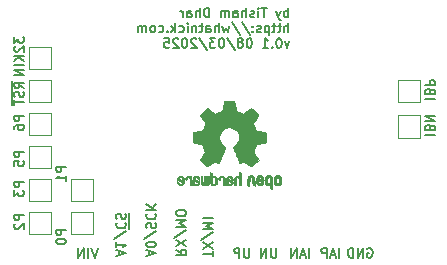
<source format=gbr>
%TF.GenerationSoftware,KiCad,Pcbnew,7.0.7*%
%TF.CreationDate,2025-03-08T19:07:00+10:30*%
%TF.ProjectId,V9381_Breakout,56393338-315f-4427-9265-616b6f75742e,rev?*%
%TF.SameCoordinates,Original*%
%TF.FileFunction,Legend,Bot*%
%TF.FilePolarity,Positive*%
%FSLAX46Y46*%
G04 Gerber Fmt 4.6, Leading zero omitted, Abs format (unit mm)*
G04 Created by KiCad (PCBNEW 7.0.7) date 2025-03-08 19:07:00*
%MOMM*%
%LPD*%
G01*
G04 APERTURE LIST*
%ADD10C,0.200000*%
%ADD11C,0.010000*%
%ADD12C,0.120000*%
G04 APERTURE END LIST*
D10*
X151315945Y-84183695D02*
X151315945Y-83383695D01*
X151315945Y-83688457D02*
X151239755Y-83650361D01*
X151239755Y-83650361D02*
X151087374Y-83650361D01*
X151087374Y-83650361D02*
X151011183Y-83688457D01*
X151011183Y-83688457D02*
X150973088Y-83726552D01*
X150973088Y-83726552D02*
X150934993Y-83802742D01*
X150934993Y-83802742D02*
X150934993Y-84031314D01*
X150934993Y-84031314D02*
X150973088Y-84107504D01*
X150973088Y-84107504D02*
X151011183Y-84145600D01*
X151011183Y-84145600D02*
X151087374Y-84183695D01*
X151087374Y-84183695D02*
X151239755Y-84183695D01*
X151239755Y-84183695D02*
X151315945Y-84145600D01*
X150668326Y-83650361D02*
X150477850Y-84183695D01*
X150287373Y-83650361D02*
X150477850Y-84183695D01*
X150477850Y-84183695D02*
X150554040Y-84374171D01*
X150554040Y-84374171D02*
X150592135Y-84412266D01*
X150592135Y-84412266D02*
X150668326Y-84450361D01*
X149487373Y-83383695D02*
X149030230Y-83383695D01*
X149258802Y-84183695D02*
X149258802Y-83383695D01*
X148763563Y-84183695D02*
X148763563Y-83650361D01*
X148763563Y-83383695D02*
X148801659Y-83421790D01*
X148801659Y-83421790D02*
X148763563Y-83459885D01*
X148763563Y-83459885D02*
X148725468Y-83421790D01*
X148725468Y-83421790D02*
X148763563Y-83383695D01*
X148763563Y-83383695D02*
X148763563Y-83459885D01*
X148420707Y-84145600D02*
X148344516Y-84183695D01*
X148344516Y-84183695D02*
X148192135Y-84183695D01*
X148192135Y-84183695D02*
X148115945Y-84145600D01*
X148115945Y-84145600D02*
X148077849Y-84069409D01*
X148077849Y-84069409D02*
X148077849Y-84031314D01*
X148077849Y-84031314D02*
X148115945Y-83955123D01*
X148115945Y-83955123D02*
X148192135Y-83917028D01*
X148192135Y-83917028D02*
X148306421Y-83917028D01*
X148306421Y-83917028D02*
X148382611Y-83878933D01*
X148382611Y-83878933D02*
X148420707Y-83802742D01*
X148420707Y-83802742D02*
X148420707Y-83764647D01*
X148420707Y-83764647D02*
X148382611Y-83688457D01*
X148382611Y-83688457D02*
X148306421Y-83650361D01*
X148306421Y-83650361D02*
X148192135Y-83650361D01*
X148192135Y-83650361D02*
X148115945Y-83688457D01*
X147734992Y-84183695D02*
X147734992Y-83383695D01*
X147392135Y-84183695D02*
X147392135Y-83764647D01*
X147392135Y-83764647D02*
X147430230Y-83688457D01*
X147430230Y-83688457D02*
X147506421Y-83650361D01*
X147506421Y-83650361D02*
X147620707Y-83650361D01*
X147620707Y-83650361D02*
X147696897Y-83688457D01*
X147696897Y-83688457D02*
X147734992Y-83726552D01*
X146668325Y-84183695D02*
X146668325Y-83764647D01*
X146668325Y-83764647D02*
X146706420Y-83688457D01*
X146706420Y-83688457D02*
X146782611Y-83650361D01*
X146782611Y-83650361D02*
X146934992Y-83650361D01*
X146934992Y-83650361D02*
X147011182Y-83688457D01*
X146668325Y-84145600D02*
X146744516Y-84183695D01*
X146744516Y-84183695D02*
X146934992Y-84183695D01*
X146934992Y-84183695D02*
X147011182Y-84145600D01*
X147011182Y-84145600D02*
X147049278Y-84069409D01*
X147049278Y-84069409D02*
X147049278Y-83993219D01*
X147049278Y-83993219D02*
X147011182Y-83917028D01*
X147011182Y-83917028D02*
X146934992Y-83878933D01*
X146934992Y-83878933D02*
X146744516Y-83878933D01*
X146744516Y-83878933D02*
X146668325Y-83840838D01*
X146287372Y-84183695D02*
X146287372Y-83650361D01*
X146287372Y-83726552D02*
X146249277Y-83688457D01*
X146249277Y-83688457D02*
X146173087Y-83650361D01*
X146173087Y-83650361D02*
X146058801Y-83650361D01*
X146058801Y-83650361D02*
X145982610Y-83688457D01*
X145982610Y-83688457D02*
X145944515Y-83764647D01*
X145944515Y-83764647D02*
X145944515Y-84183695D01*
X145944515Y-83764647D02*
X145906420Y-83688457D01*
X145906420Y-83688457D02*
X145830229Y-83650361D01*
X145830229Y-83650361D02*
X145715944Y-83650361D01*
X145715944Y-83650361D02*
X145639753Y-83688457D01*
X145639753Y-83688457D02*
X145601658Y-83764647D01*
X145601658Y-83764647D02*
X145601658Y-84183695D01*
X144611181Y-84183695D02*
X144611181Y-83383695D01*
X144611181Y-83383695D02*
X144420705Y-83383695D01*
X144420705Y-83383695D02*
X144306419Y-83421790D01*
X144306419Y-83421790D02*
X144230229Y-83497980D01*
X144230229Y-83497980D02*
X144192134Y-83574171D01*
X144192134Y-83574171D02*
X144154038Y-83726552D01*
X144154038Y-83726552D02*
X144154038Y-83840838D01*
X144154038Y-83840838D02*
X144192134Y-83993219D01*
X144192134Y-83993219D02*
X144230229Y-84069409D01*
X144230229Y-84069409D02*
X144306419Y-84145600D01*
X144306419Y-84145600D02*
X144420705Y-84183695D01*
X144420705Y-84183695D02*
X144611181Y-84183695D01*
X143811181Y-84183695D02*
X143811181Y-83383695D01*
X143468324Y-84183695D02*
X143468324Y-83764647D01*
X143468324Y-83764647D02*
X143506419Y-83688457D01*
X143506419Y-83688457D02*
X143582610Y-83650361D01*
X143582610Y-83650361D02*
X143696896Y-83650361D01*
X143696896Y-83650361D02*
X143773086Y-83688457D01*
X143773086Y-83688457D02*
X143811181Y-83726552D01*
X142744514Y-84183695D02*
X142744514Y-83764647D01*
X142744514Y-83764647D02*
X142782609Y-83688457D01*
X142782609Y-83688457D02*
X142858800Y-83650361D01*
X142858800Y-83650361D02*
X143011181Y-83650361D01*
X143011181Y-83650361D02*
X143087371Y-83688457D01*
X142744514Y-84145600D02*
X142820705Y-84183695D01*
X142820705Y-84183695D02*
X143011181Y-84183695D01*
X143011181Y-84183695D02*
X143087371Y-84145600D01*
X143087371Y-84145600D02*
X143125467Y-84069409D01*
X143125467Y-84069409D02*
X143125467Y-83993219D01*
X143125467Y-83993219D02*
X143087371Y-83917028D01*
X143087371Y-83917028D02*
X143011181Y-83878933D01*
X143011181Y-83878933D02*
X142820705Y-83878933D01*
X142820705Y-83878933D02*
X142744514Y-83840838D01*
X142363561Y-84183695D02*
X142363561Y-83650361D01*
X142363561Y-83802742D02*
X142325466Y-83726552D01*
X142325466Y-83726552D02*
X142287371Y-83688457D01*
X142287371Y-83688457D02*
X142211180Y-83650361D01*
X142211180Y-83650361D02*
X142134990Y-83650361D01*
X151315945Y-85471695D02*
X151315945Y-84671695D01*
X150973088Y-85471695D02*
X150973088Y-85052647D01*
X150973088Y-85052647D02*
X151011183Y-84976457D01*
X151011183Y-84976457D02*
X151087374Y-84938361D01*
X151087374Y-84938361D02*
X151201660Y-84938361D01*
X151201660Y-84938361D02*
X151277850Y-84976457D01*
X151277850Y-84976457D02*
X151315945Y-85014552D01*
X150706421Y-84938361D02*
X150401659Y-84938361D01*
X150592135Y-84671695D02*
X150592135Y-85357409D01*
X150592135Y-85357409D02*
X150554040Y-85433600D01*
X150554040Y-85433600D02*
X150477850Y-85471695D01*
X150477850Y-85471695D02*
X150401659Y-85471695D01*
X150249278Y-84938361D02*
X149944516Y-84938361D01*
X150134992Y-84671695D02*
X150134992Y-85357409D01*
X150134992Y-85357409D02*
X150096897Y-85433600D01*
X150096897Y-85433600D02*
X150020707Y-85471695D01*
X150020707Y-85471695D02*
X149944516Y-85471695D01*
X149677849Y-84938361D02*
X149677849Y-85738361D01*
X149677849Y-84976457D02*
X149601659Y-84938361D01*
X149601659Y-84938361D02*
X149449278Y-84938361D01*
X149449278Y-84938361D02*
X149373087Y-84976457D01*
X149373087Y-84976457D02*
X149334992Y-85014552D01*
X149334992Y-85014552D02*
X149296897Y-85090742D01*
X149296897Y-85090742D02*
X149296897Y-85319314D01*
X149296897Y-85319314D02*
X149334992Y-85395504D01*
X149334992Y-85395504D02*
X149373087Y-85433600D01*
X149373087Y-85433600D02*
X149449278Y-85471695D01*
X149449278Y-85471695D02*
X149601659Y-85471695D01*
X149601659Y-85471695D02*
X149677849Y-85433600D01*
X148992135Y-85433600D02*
X148915944Y-85471695D01*
X148915944Y-85471695D02*
X148763563Y-85471695D01*
X148763563Y-85471695D02*
X148687373Y-85433600D01*
X148687373Y-85433600D02*
X148649277Y-85357409D01*
X148649277Y-85357409D02*
X148649277Y-85319314D01*
X148649277Y-85319314D02*
X148687373Y-85243123D01*
X148687373Y-85243123D02*
X148763563Y-85205028D01*
X148763563Y-85205028D02*
X148877849Y-85205028D01*
X148877849Y-85205028D02*
X148954039Y-85166933D01*
X148954039Y-85166933D02*
X148992135Y-85090742D01*
X148992135Y-85090742D02*
X148992135Y-85052647D01*
X148992135Y-85052647D02*
X148954039Y-84976457D01*
X148954039Y-84976457D02*
X148877849Y-84938361D01*
X148877849Y-84938361D02*
X148763563Y-84938361D01*
X148763563Y-84938361D02*
X148687373Y-84976457D01*
X148306420Y-85395504D02*
X148268325Y-85433600D01*
X148268325Y-85433600D02*
X148306420Y-85471695D01*
X148306420Y-85471695D02*
X148344516Y-85433600D01*
X148344516Y-85433600D02*
X148306420Y-85395504D01*
X148306420Y-85395504D02*
X148306420Y-85471695D01*
X148306420Y-84976457D02*
X148268325Y-85014552D01*
X148268325Y-85014552D02*
X148306420Y-85052647D01*
X148306420Y-85052647D02*
X148344516Y-85014552D01*
X148344516Y-85014552D02*
X148306420Y-84976457D01*
X148306420Y-84976457D02*
X148306420Y-85052647D01*
X147354040Y-84633600D02*
X148039754Y-85662171D01*
X146515945Y-84633600D02*
X147201659Y-85662171D01*
X146325469Y-84938361D02*
X146173088Y-85471695D01*
X146173088Y-85471695D02*
X146020707Y-85090742D01*
X146020707Y-85090742D02*
X145868326Y-85471695D01*
X145868326Y-85471695D02*
X145715945Y-84938361D01*
X145411183Y-85471695D02*
X145411183Y-84671695D01*
X145068326Y-85471695D02*
X145068326Y-85052647D01*
X145068326Y-85052647D02*
X145106421Y-84976457D01*
X145106421Y-84976457D02*
X145182612Y-84938361D01*
X145182612Y-84938361D02*
X145296898Y-84938361D01*
X145296898Y-84938361D02*
X145373088Y-84976457D01*
X145373088Y-84976457D02*
X145411183Y-85014552D01*
X144344516Y-85471695D02*
X144344516Y-85052647D01*
X144344516Y-85052647D02*
X144382611Y-84976457D01*
X144382611Y-84976457D02*
X144458802Y-84938361D01*
X144458802Y-84938361D02*
X144611183Y-84938361D01*
X144611183Y-84938361D02*
X144687373Y-84976457D01*
X144344516Y-85433600D02*
X144420707Y-85471695D01*
X144420707Y-85471695D02*
X144611183Y-85471695D01*
X144611183Y-85471695D02*
X144687373Y-85433600D01*
X144687373Y-85433600D02*
X144725469Y-85357409D01*
X144725469Y-85357409D02*
X144725469Y-85281219D01*
X144725469Y-85281219D02*
X144687373Y-85205028D01*
X144687373Y-85205028D02*
X144611183Y-85166933D01*
X144611183Y-85166933D02*
X144420707Y-85166933D01*
X144420707Y-85166933D02*
X144344516Y-85128838D01*
X144077849Y-84938361D02*
X143773087Y-84938361D01*
X143963563Y-84671695D02*
X143963563Y-85357409D01*
X143963563Y-85357409D02*
X143925468Y-85433600D01*
X143925468Y-85433600D02*
X143849278Y-85471695D01*
X143849278Y-85471695D02*
X143773087Y-85471695D01*
X143506420Y-84938361D02*
X143506420Y-85471695D01*
X143506420Y-85014552D02*
X143468325Y-84976457D01*
X143468325Y-84976457D02*
X143392135Y-84938361D01*
X143392135Y-84938361D02*
X143277849Y-84938361D01*
X143277849Y-84938361D02*
X143201658Y-84976457D01*
X143201658Y-84976457D02*
X143163563Y-85052647D01*
X143163563Y-85052647D02*
X143163563Y-85471695D01*
X142782610Y-85471695D02*
X142782610Y-84938361D01*
X142782610Y-84671695D02*
X142820706Y-84709790D01*
X142820706Y-84709790D02*
X142782610Y-84747885D01*
X142782610Y-84747885D02*
X142744515Y-84709790D01*
X142744515Y-84709790D02*
X142782610Y-84671695D01*
X142782610Y-84671695D02*
X142782610Y-84747885D01*
X142058801Y-85433600D02*
X142134992Y-85471695D01*
X142134992Y-85471695D02*
X142287373Y-85471695D01*
X142287373Y-85471695D02*
X142363563Y-85433600D01*
X142363563Y-85433600D02*
X142401658Y-85395504D01*
X142401658Y-85395504D02*
X142439754Y-85319314D01*
X142439754Y-85319314D02*
X142439754Y-85090742D01*
X142439754Y-85090742D02*
X142401658Y-85014552D01*
X142401658Y-85014552D02*
X142363563Y-84976457D01*
X142363563Y-84976457D02*
X142287373Y-84938361D01*
X142287373Y-84938361D02*
X142134992Y-84938361D01*
X142134992Y-84938361D02*
X142058801Y-84976457D01*
X141715944Y-85471695D02*
X141715944Y-84671695D01*
X141639754Y-85166933D02*
X141411182Y-85471695D01*
X141411182Y-84938361D02*
X141715944Y-85243123D01*
X141068325Y-85395504D02*
X141030230Y-85433600D01*
X141030230Y-85433600D02*
X141068325Y-85471695D01*
X141068325Y-85471695D02*
X141106421Y-85433600D01*
X141106421Y-85433600D02*
X141068325Y-85395504D01*
X141068325Y-85395504D02*
X141068325Y-85471695D01*
X140344516Y-85433600D02*
X140420707Y-85471695D01*
X140420707Y-85471695D02*
X140573088Y-85471695D01*
X140573088Y-85471695D02*
X140649278Y-85433600D01*
X140649278Y-85433600D02*
X140687373Y-85395504D01*
X140687373Y-85395504D02*
X140725469Y-85319314D01*
X140725469Y-85319314D02*
X140725469Y-85090742D01*
X140725469Y-85090742D02*
X140687373Y-85014552D01*
X140687373Y-85014552D02*
X140649278Y-84976457D01*
X140649278Y-84976457D02*
X140573088Y-84938361D01*
X140573088Y-84938361D02*
X140420707Y-84938361D01*
X140420707Y-84938361D02*
X140344516Y-84976457D01*
X139887374Y-85471695D02*
X139963564Y-85433600D01*
X139963564Y-85433600D02*
X140001659Y-85395504D01*
X140001659Y-85395504D02*
X140039755Y-85319314D01*
X140039755Y-85319314D02*
X140039755Y-85090742D01*
X140039755Y-85090742D02*
X140001659Y-85014552D01*
X140001659Y-85014552D02*
X139963564Y-84976457D01*
X139963564Y-84976457D02*
X139887374Y-84938361D01*
X139887374Y-84938361D02*
X139773088Y-84938361D01*
X139773088Y-84938361D02*
X139696897Y-84976457D01*
X139696897Y-84976457D02*
X139658802Y-85014552D01*
X139658802Y-85014552D02*
X139620707Y-85090742D01*
X139620707Y-85090742D02*
X139620707Y-85319314D01*
X139620707Y-85319314D02*
X139658802Y-85395504D01*
X139658802Y-85395504D02*
X139696897Y-85433600D01*
X139696897Y-85433600D02*
X139773088Y-85471695D01*
X139773088Y-85471695D02*
X139887374Y-85471695D01*
X139277849Y-85471695D02*
X139277849Y-84938361D01*
X139277849Y-85014552D02*
X139239754Y-84976457D01*
X139239754Y-84976457D02*
X139163564Y-84938361D01*
X139163564Y-84938361D02*
X139049278Y-84938361D01*
X139049278Y-84938361D02*
X138973087Y-84976457D01*
X138973087Y-84976457D02*
X138934992Y-85052647D01*
X138934992Y-85052647D02*
X138934992Y-85471695D01*
X138934992Y-85052647D02*
X138896897Y-84976457D01*
X138896897Y-84976457D02*
X138820706Y-84938361D01*
X138820706Y-84938361D02*
X138706421Y-84938361D01*
X138706421Y-84938361D02*
X138630230Y-84976457D01*
X138630230Y-84976457D02*
X138592135Y-85052647D01*
X138592135Y-85052647D02*
X138592135Y-85471695D01*
X151392136Y-86226361D02*
X151201660Y-86759695D01*
X151201660Y-86759695D02*
X151011183Y-86226361D01*
X150554040Y-85959695D02*
X150477850Y-85959695D01*
X150477850Y-85959695D02*
X150401659Y-85997790D01*
X150401659Y-85997790D02*
X150363564Y-86035885D01*
X150363564Y-86035885D02*
X150325469Y-86112076D01*
X150325469Y-86112076D02*
X150287374Y-86264457D01*
X150287374Y-86264457D02*
X150287374Y-86454933D01*
X150287374Y-86454933D02*
X150325469Y-86607314D01*
X150325469Y-86607314D02*
X150363564Y-86683504D01*
X150363564Y-86683504D02*
X150401659Y-86721600D01*
X150401659Y-86721600D02*
X150477850Y-86759695D01*
X150477850Y-86759695D02*
X150554040Y-86759695D01*
X150554040Y-86759695D02*
X150630231Y-86721600D01*
X150630231Y-86721600D02*
X150668326Y-86683504D01*
X150668326Y-86683504D02*
X150706421Y-86607314D01*
X150706421Y-86607314D02*
X150744517Y-86454933D01*
X150744517Y-86454933D02*
X150744517Y-86264457D01*
X150744517Y-86264457D02*
X150706421Y-86112076D01*
X150706421Y-86112076D02*
X150668326Y-86035885D01*
X150668326Y-86035885D02*
X150630231Y-85997790D01*
X150630231Y-85997790D02*
X150554040Y-85959695D01*
X149944516Y-86683504D02*
X149906421Y-86721600D01*
X149906421Y-86721600D02*
X149944516Y-86759695D01*
X149944516Y-86759695D02*
X149982612Y-86721600D01*
X149982612Y-86721600D02*
X149944516Y-86683504D01*
X149944516Y-86683504D02*
X149944516Y-86759695D01*
X149144517Y-86759695D02*
X149601660Y-86759695D01*
X149373088Y-86759695D02*
X149373088Y-85959695D01*
X149373088Y-85959695D02*
X149449279Y-86073980D01*
X149449279Y-86073980D02*
X149525469Y-86150171D01*
X149525469Y-86150171D02*
X149601660Y-86188266D01*
X148039754Y-85959695D02*
X147963564Y-85959695D01*
X147963564Y-85959695D02*
X147887373Y-85997790D01*
X147887373Y-85997790D02*
X147849278Y-86035885D01*
X147849278Y-86035885D02*
X147811183Y-86112076D01*
X147811183Y-86112076D02*
X147773088Y-86264457D01*
X147773088Y-86264457D02*
X147773088Y-86454933D01*
X147773088Y-86454933D02*
X147811183Y-86607314D01*
X147811183Y-86607314D02*
X147849278Y-86683504D01*
X147849278Y-86683504D02*
X147887373Y-86721600D01*
X147887373Y-86721600D02*
X147963564Y-86759695D01*
X147963564Y-86759695D02*
X148039754Y-86759695D01*
X148039754Y-86759695D02*
X148115945Y-86721600D01*
X148115945Y-86721600D02*
X148154040Y-86683504D01*
X148154040Y-86683504D02*
X148192135Y-86607314D01*
X148192135Y-86607314D02*
X148230231Y-86454933D01*
X148230231Y-86454933D02*
X148230231Y-86264457D01*
X148230231Y-86264457D02*
X148192135Y-86112076D01*
X148192135Y-86112076D02*
X148154040Y-86035885D01*
X148154040Y-86035885D02*
X148115945Y-85997790D01*
X148115945Y-85997790D02*
X148039754Y-85959695D01*
X147315945Y-86302552D02*
X147392135Y-86264457D01*
X147392135Y-86264457D02*
X147430230Y-86226361D01*
X147430230Y-86226361D02*
X147468326Y-86150171D01*
X147468326Y-86150171D02*
X147468326Y-86112076D01*
X147468326Y-86112076D02*
X147430230Y-86035885D01*
X147430230Y-86035885D02*
X147392135Y-85997790D01*
X147392135Y-85997790D02*
X147315945Y-85959695D01*
X147315945Y-85959695D02*
X147163564Y-85959695D01*
X147163564Y-85959695D02*
X147087373Y-85997790D01*
X147087373Y-85997790D02*
X147049278Y-86035885D01*
X147049278Y-86035885D02*
X147011183Y-86112076D01*
X147011183Y-86112076D02*
X147011183Y-86150171D01*
X147011183Y-86150171D02*
X147049278Y-86226361D01*
X147049278Y-86226361D02*
X147087373Y-86264457D01*
X147087373Y-86264457D02*
X147163564Y-86302552D01*
X147163564Y-86302552D02*
X147315945Y-86302552D01*
X147315945Y-86302552D02*
X147392135Y-86340647D01*
X147392135Y-86340647D02*
X147430230Y-86378742D01*
X147430230Y-86378742D02*
X147468326Y-86454933D01*
X147468326Y-86454933D02*
X147468326Y-86607314D01*
X147468326Y-86607314D02*
X147430230Y-86683504D01*
X147430230Y-86683504D02*
X147392135Y-86721600D01*
X147392135Y-86721600D02*
X147315945Y-86759695D01*
X147315945Y-86759695D02*
X147163564Y-86759695D01*
X147163564Y-86759695D02*
X147087373Y-86721600D01*
X147087373Y-86721600D02*
X147049278Y-86683504D01*
X147049278Y-86683504D02*
X147011183Y-86607314D01*
X147011183Y-86607314D02*
X147011183Y-86454933D01*
X147011183Y-86454933D02*
X147049278Y-86378742D01*
X147049278Y-86378742D02*
X147087373Y-86340647D01*
X147087373Y-86340647D02*
X147163564Y-86302552D01*
X146096897Y-85921600D02*
X146782611Y-86950171D01*
X145677849Y-85959695D02*
X145601659Y-85959695D01*
X145601659Y-85959695D02*
X145525468Y-85997790D01*
X145525468Y-85997790D02*
X145487373Y-86035885D01*
X145487373Y-86035885D02*
X145449278Y-86112076D01*
X145449278Y-86112076D02*
X145411183Y-86264457D01*
X145411183Y-86264457D02*
X145411183Y-86454933D01*
X145411183Y-86454933D02*
X145449278Y-86607314D01*
X145449278Y-86607314D02*
X145487373Y-86683504D01*
X145487373Y-86683504D02*
X145525468Y-86721600D01*
X145525468Y-86721600D02*
X145601659Y-86759695D01*
X145601659Y-86759695D02*
X145677849Y-86759695D01*
X145677849Y-86759695D02*
X145754040Y-86721600D01*
X145754040Y-86721600D02*
X145792135Y-86683504D01*
X145792135Y-86683504D02*
X145830230Y-86607314D01*
X145830230Y-86607314D02*
X145868326Y-86454933D01*
X145868326Y-86454933D02*
X145868326Y-86264457D01*
X145868326Y-86264457D02*
X145830230Y-86112076D01*
X145830230Y-86112076D02*
X145792135Y-86035885D01*
X145792135Y-86035885D02*
X145754040Y-85997790D01*
X145754040Y-85997790D02*
X145677849Y-85959695D01*
X145144516Y-85959695D02*
X144649278Y-85959695D01*
X144649278Y-85959695D02*
X144915944Y-86264457D01*
X144915944Y-86264457D02*
X144801659Y-86264457D01*
X144801659Y-86264457D02*
X144725468Y-86302552D01*
X144725468Y-86302552D02*
X144687373Y-86340647D01*
X144687373Y-86340647D02*
X144649278Y-86416838D01*
X144649278Y-86416838D02*
X144649278Y-86607314D01*
X144649278Y-86607314D02*
X144687373Y-86683504D01*
X144687373Y-86683504D02*
X144725468Y-86721600D01*
X144725468Y-86721600D02*
X144801659Y-86759695D01*
X144801659Y-86759695D02*
X145030230Y-86759695D01*
X145030230Y-86759695D02*
X145106421Y-86721600D01*
X145106421Y-86721600D02*
X145144516Y-86683504D01*
X143734992Y-85921600D02*
X144420706Y-86950171D01*
X143506421Y-86035885D02*
X143468325Y-85997790D01*
X143468325Y-85997790D02*
X143392135Y-85959695D01*
X143392135Y-85959695D02*
X143201659Y-85959695D01*
X143201659Y-85959695D02*
X143125468Y-85997790D01*
X143125468Y-85997790D02*
X143087373Y-86035885D01*
X143087373Y-86035885D02*
X143049278Y-86112076D01*
X143049278Y-86112076D02*
X143049278Y-86188266D01*
X143049278Y-86188266D02*
X143087373Y-86302552D01*
X143087373Y-86302552D02*
X143544516Y-86759695D01*
X143544516Y-86759695D02*
X143049278Y-86759695D01*
X142554039Y-85959695D02*
X142477849Y-85959695D01*
X142477849Y-85959695D02*
X142401658Y-85997790D01*
X142401658Y-85997790D02*
X142363563Y-86035885D01*
X142363563Y-86035885D02*
X142325468Y-86112076D01*
X142325468Y-86112076D02*
X142287373Y-86264457D01*
X142287373Y-86264457D02*
X142287373Y-86454933D01*
X142287373Y-86454933D02*
X142325468Y-86607314D01*
X142325468Y-86607314D02*
X142363563Y-86683504D01*
X142363563Y-86683504D02*
X142401658Y-86721600D01*
X142401658Y-86721600D02*
X142477849Y-86759695D01*
X142477849Y-86759695D02*
X142554039Y-86759695D01*
X142554039Y-86759695D02*
X142630230Y-86721600D01*
X142630230Y-86721600D02*
X142668325Y-86683504D01*
X142668325Y-86683504D02*
X142706420Y-86607314D01*
X142706420Y-86607314D02*
X142744516Y-86454933D01*
X142744516Y-86454933D02*
X142744516Y-86264457D01*
X142744516Y-86264457D02*
X142706420Y-86112076D01*
X142706420Y-86112076D02*
X142668325Y-86035885D01*
X142668325Y-86035885D02*
X142630230Y-85997790D01*
X142630230Y-85997790D02*
X142554039Y-85959695D01*
X141982611Y-86035885D02*
X141944515Y-85997790D01*
X141944515Y-85997790D02*
X141868325Y-85959695D01*
X141868325Y-85959695D02*
X141677849Y-85959695D01*
X141677849Y-85959695D02*
X141601658Y-85997790D01*
X141601658Y-85997790D02*
X141563563Y-86035885D01*
X141563563Y-86035885D02*
X141525468Y-86112076D01*
X141525468Y-86112076D02*
X141525468Y-86188266D01*
X141525468Y-86188266D02*
X141563563Y-86302552D01*
X141563563Y-86302552D02*
X142020706Y-86759695D01*
X142020706Y-86759695D02*
X141525468Y-86759695D01*
X140801658Y-85959695D02*
X141182610Y-85959695D01*
X141182610Y-85959695D02*
X141220706Y-86340647D01*
X141220706Y-86340647D02*
X141182610Y-86302552D01*
X141182610Y-86302552D02*
X141106420Y-86264457D01*
X141106420Y-86264457D02*
X140915944Y-86264457D01*
X140915944Y-86264457D02*
X140839753Y-86302552D01*
X140839753Y-86302552D02*
X140801658Y-86340647D01*
X140801658Y-86340647D02*
X140763563Y-86416838D01*
X140763563Y-86416838D02*
X140763563Y-86607314D01*
X140763563Y-86607314D02*
X140801658Y-86683504D01*
X140801658Y-86683504D02*
X140839753Y-86721600D01*
X140839753Y-86721600D02*
X140915944Y-86759695D01*
X140915944Y-86759695D02*
X141106420Y-86759695D01*
X141106420Y-86759695D02*
X141182610Y-86721600D01*
X141182610Y-86721600D02*
X141220706Y-86683504D01*
X158008898Y-103777790D02*
X158085088Y-103739695D01*
X158085088Y-103739695D02*
X158199374Y-103739695D01*
X158199374Y-103739695D02*
X158313660Y-103777790D01*
X158313660Y-103777790D02*
X158389850Y-103853980D01*
X158389850Y-103853980D02*
X158427945Y-103930171D01*
X158427945Y-103930171D02*
X158466041Y-104082552D01*
X158466041Y-104082552D02*
X158466041Y-104196838D01*
X158466041Y-104196838D02*
X158427945Y-104349219D01*
X158427945Y-104349219D02*
X158389850Y-104425409D01*
X158389850Y-104425409D02*
X158313660Y-104501600D01*
X158313660Y-104501600D02*
X158199374Y-104539695D01*
X158199374Y-104539695D02*
X158123183Y-104539695D01*
X158123183Y-104539695D02*
X158008898Y-104501600D01*
X158008898Y-104501600D02*
X157970802Y-104463504D01*
X157970802Y-104463504D02*
X157970802Y-104196838D01*
X157970802Y-104196838D02*
X158123183Y-104196838D01*
X157627945Y-104539695D02*
X157627945Y-103739695D01*
X157627945Y-103739695D02*
X157170802Y-104539695D01*
X157170802Y-104539695D02*
X157170802Y-103739695D01*
X156789850Y-104539695D02*
X156789850Y-103739695D01*
X156789850Y-103739695D02*
X156599374Y-103739695D01*
X156599374Y-103739695D02*
X156485088Y-103777790D01*
X156485088Y-103777790D02*
X156408898Y-103853980D01*
X156408898Y-103853980D02*
X156370803Y-103930171D01*
X156370803Y-103930171D02*
X156332707Y-104082552D01*
X156332707Y-104082552D02*
X156332707Y-104196838D01*
X156332707Y-104196838D02*
X156370803Y-104349219D01*
X156370803Y-104349219D02*
X156408898Y-104425409D01*
X156408898Y-104425409D02*
X156485088Y-104501600D01*
X156485088Y-104501600D02*
X156599374Y-104539695D01*
X156599374Y-104539695D02*
X156789850Y-104539695D01*
X128923695Y-92524054D02*
X128123695Y-92524054D01*
X128123695Y-92524054D02*
X128123695Y-92828816D01*
X128123695Y-92828816D02*
X128161790Y-92905006D01*
X128161790Y-92905006D02*
X128199885Y-92943101D01*
X128199885Y-92943101D02*
X128276076Y-92981197D01*
X128276076Y-92981197D02*
X128390361Y-92981197D01*
X128390361Y-92981197D02*
X128466552Y-92943101D01*
X128466552Y-92943101D02*
X128504647Y-92905006D01*
X128504647Y-92905006D02*
X128542742Y-92828816D01*
X128542742Y-92828816D02*
X128542742Y-92524054D01*
X128123695Y-93666911D02*
X128123695Y-93514530D01*
X128123695Y-93514530D02*
X128161790Y-93438339D01*
X128161790Y-93438339D02*
X128199885Y-93400244D01*
X128199885Y-93400244D02*
X128314171Y-93324054D01*
X128314171Y-93324054D02*
X128466552Y-93285958D01*
X128466552Y-93285958D02*
X128771314Y-93285958D01*
X128771314Y-93285958D02*
X128847504Y-93324054D01*
X128847504Y-93324054D02*
X128885600Y-93362149D01*
X128885600Y-93362149D02*
X128923695Y-93438339D01*
X128923695Y-93438339D02*
X128923695Y-93590720D01*
X128923695Y-93590720D02*
X128885600Y-93666911D01*
X128885600Y-93666911D02*
X128847504Y-93705006D01*
X128847504Y-93705006D02*
X128771314Y-93743101D01*
X128771314Y-93743101D02*
X128580838Y-93743101D01*
X128580838Y-93743101D02*
X128504647Y-93705006D01*
X128504647Y-93705006D02*
X128466552Y-93666911D01*
X128466552Y-93666911D02*
X128428457Y-93590720D01*
X128428457Y-93590720D02*
X128428457Y-93438339D01*
X128428457Y-93438339D02*
X128466552Y-93362149D01*
X128466552Y-93362149D02*
X128504647Y-93324054D01*
X128504647Y-93324054D02*
X128580838Y-93285958D01*
X153093945Y-104539695D02*
X153093945Y-103739695D01*
X152751089Y-104311123D02*
X152370136Y-104311123D01*
X152827279Y-104539695D02*
X152560612Y-103739695D01*
X152560612Y-103739695D02*
X152293946Y-104539695D01*
X152027279Y-104539695D02*
X152027279Y-103739695D01*
X152027279Y-103739695D02*
X151570136Y-104539695D01*
X151570136Y-104539695D02*
X151570136Y-103739695D01*
X162922304Y-91117945D02*
X163722304Y-91117945D01*
X163341352Y-90470327D02*
X163303257Y-90356041D01*
X163303257Y-90356041D02*
X163265161Y-90317946D01*
X163265161Y-90317946D02*
X163188971Y-90279850D01*
X163188971Y-90279850D02*
X163074685Y-90279850D01*
X163074685Y-90279850D02*
X162998495Y-90317946D01*
X162998495Y-90317946D02*
X162960400Y-90356041D01*
X162960400Y-90356041D02*
X162922304Y-90432231D01*
X162922304Y-90432231D02*
X162922304Y-90736993D01*
X162922304Y-90736993D02*
X163722304Y-90736993D01*
X163722304Y-90736993D02*
X163722304Y-90470327D01*
X163722304Y-90470327D02*
X163684209Y-90394136D01*
X163684209Y-90394136D02*
X163646114Y-90356041D01*
X163646114Y-90356041D02*
X163569923Y-90317946D01*
X163569923Y-90317946D02*
X163493733Y-90317946D01*
X163493733Y-90317946D02*
X163417542Y-90356041D01*
X163417542Y-90356041D02*
X163379447Y-90394136D01*
X163379447Y-90394136D02*
X163341352Y-90470327D01*
X163341352Y-90470327D02*
X163341352Y-90736993D01*
X162922304Y-89936993D02*
X163722304Y-89936993D01*
X163722304Y-89936993D02*
X163722304Y-89632231D01*
X163722304Y-89632231D02*
X163684209Y-89556041D01*
X163684209Y-89556041D02*
X163646114Y-89517946D01*
X163646114Y-89517946D02*
X163569923Y-89479850D01*
X163569923Y-89479850D02*
X163455638Y-89479850D01*
X163455638Y-89479850D02*
X163379447Y-89517946D01*
X163379447Y-89517946D02*
X163341352Y-89556041D01*
X163341352Y-89556041D02*
X163303257Y-89632231D01*
X163303257Y-89632231D02*
X163303257Y-89936993D01*
X136988876Y-104364041D02*
X136988876Y-103983088D01*
X136760304Y-104440231D02*
X137560304Y-104173564D01*
X137560304Y-104173564D02*
X136760304Y-103906898D01*
X136760304Y-103221184D02*
X136760304Y-103678327D01*
X136760304Y-103449755D02*
X137560304Y-103449755D01*
X137560304Y-103449755D02*
X137446019Y-103525946D01*
X137446019Y-103525946D02*
X137369828Y-103602136D01*
X137369828Y-103602136D02*
X137331733Y-103678327D01*
X137598400Y-102306898D02*
X136569828Y-102992612D01*
X136836495Y-101583088D02*
X136798400Y-101621184D01*
X136798400Y-101621184D02*
X136760304Y-101735469D01*
X136760304Y-101735469D02*
X136760304Y-101811660D01*
X136760304Y-101811660D02*
X136798400Y-101925946D01*
X136798400Y-101925946D02*
X136874590Y-102002136D01*
X136874590Y-102002136D02*
X136950780Y-102040231D01*
X136950780Y-102040231D02*
X137103161Y-102078327D01*
X137103161Y-102078327D02*
X137217447Y-102078327D01*
X137217447Y-102078327D02*
X137369828Y-102040231D01*
X137369828Y-102040231D02*
X137446019Y-102002136D01*
X137446019Y-102002136D02*
X137522209Y-101925946D01*
X137522209Y-101925946D02*
X137560304Y-101811660D01*
X137560304Y-101811660D02*
X137560304Y-101735469D01*
X137560304Y-101735469D02*
X137522209Y-101621184D01*
X137522209Y-101621184D02*
X137484114Y-101583088D01*
X136798400Y-101278327D02*
X136760304Y-101164041D01*
X136760304Y-101164041D02*
X136760304Y-100973565D01*
X136760304Y-100973565D02*
X136798400Y-100897374D01*
X136798400Y-100897374D02*
X136836495Y-100859279D01*
X136836495Y-100859279D02*
X136912685Y-100821184D01*
X136912685Y-100821184D02*
X136988876Y-100821184D01*
X136988876Y-100821184D02*
X137065066Y-100859279D01*
X137065066Y-100859279D02*
X137103161Y-100897374D01*
X137103161Y-100897374D02*
X137141257Y-100973565D01*
X137141257Y-100973565D02*
X137179352Y-101125946D01*
X137179352Y-101125946D02*
X137217447Y-101202136D01*
X137217447Y-101202136D02*
X137255542Y-101240231D01*
X137255542Y-101240231D02*
X137331733Y-101278327D01*
X137331733Y-101278327D02*
X137407923Y-101278327D01*
X137407923Y-101278327D02*
X137484114Y-101240231D01*
X137484114Y-101240231D02*
X137522209Y-101202136D01*
X137522209Y-101202136D02*
X137560304Y-101125946D01*
X137560304Y-101125946D02*
X137560304Y-100935469D01*
X137560304Y-100935469D02*
X137522209Y-100821184D01*
X137782400Y-102150708D02*
X137782400Y-100748803D01*
X162922304Y-94165945D02*
X163722304Y-94165945D01*
X163341352Y-93518327D02*
X163303257Y-93404041D01*
X163303257Y-93404041D02*
X163265161Y-93365946D01*
X163265161Y-93365946D02*
X163188971Y-93327850D01*
X163188971Y-93327850D02*
X163074685Y-93327850D01*
X163074685Y-93327850D02*
X162998495Y-93365946D01*
X162998495Y-93365946D02*
X162960400Y-93404041D01*
X162960400Y-93404041D02*
X162922304Y-93480231D01*
X162922304Y-93480231D02*
X162922304Y-93784993D01*
X162922304Y-93784993D02*
X163722304Y-93784993D01*
X163722304Y-93784993D02*
X163722304Y-93518327D01*
X163722304Y-93518327D02*
X163684209Y-93442136D01*
X163684209Y-93442136D02*
X163646114Y-93404041D01*
X163646114Y-93404041D02*
X163569923Y-93365946D01*
X163569923Y-93365946D02*
X163493733Y-93365946D01*
X163493733Y-93365946D02*
X163417542Y-93404041D01*
X163417542Y-93404041D02*
X163379447Y-93442136D01*
X163379447Y-93442136D02*
X163341352Y-93518327D01*
X163341352Y-93518327D02*
X163341352Y-93784993D01*
X162922304Y-92984993D02*
X163722304Y-92984993D01*
X163722304Y-92984993D02*
X162922304Y-92527850D01*
X162922304Y-92527850D02*
X163722304Y-92527850D01*
X139528876Y-104364041D02*
X139528876Y-103983088D01*
X139300304Y-104440231D02*
X140100304Y-104173564D01*
X140100304Y-104173564D02*
X139300304Y-103906898D01*
X140100304Y-103487850D02*
X140100304Y-103411660D01*
X140100304Y-103411660D02*
X140062209Y-103335469D01*
X140062209Y-103335469D02*
X140024114Y-103297374D01*
X140024114Y-103297374D02*
X139947923Y-103259279D01*
X139947923Y-103259279D02*
X139795542Y-103221184D01*
X139795542Y-103221184D02*
X139605066Y-103221184D01*
X139605066Y-103221184D02*
X139452685Y-103259279D01*
X139452685Y-103259279D02*
X139376495Y-103297374D01*
X139376495Y-103297374D02*
X139338400Y-103335469D01*
X139338400Y-103335469D02*
X139300304Y-103411660D01*
X139300304Y-103411660D02*
X139300304Y-103487850D01*
X139300304Y-103487850D02*
X139338400Y-103564041D01*
X139338400Y-103564041D02*
X139376495Y-103602136D01*
X139376495Y-103602136D02*
X139452685Y-103640231D01*
X139452685Y-103640231D02*
X139605066Y-103678327D01*
X139605066Y-103678327D02*
X139795542Y-103678327D01*
X139795542Y-103678327D02*
X139947923Y-103640231D01*
X139947923Y-103640231D02*
X140024114Y-103602136D01*
X140024114Y-103602136D02*
X140062209Y-103564041D01*
X140062209Y-103564041D02*
X140100304Y-103487850D01*
X140138400Y-102306898D02*
X139109828Y-102992612D01*
X139338400Y-102078327D02*
X139300304Y-101964041D01*
X139300304Y-101964041D02*
X139300304Y-101773565D01*
X139300304Y-101773565D02*
X139338400Y-101697374D01*
X139338400Y-101697374D02*
X139376495Y-101659279D01*
X139376495Y-101659279D02*
X139452685Y-101621184D01*
X139452685Y-101621184D02*
X139528876Y-101621184D01*
X139528876Y-101621184D02*
X139605066Y-101659279D01*
X139605066Y-101659279D02*
X139643161Y-101697374D01*
X139643161Y-101697374D02*
X139681257Y-101773565D01*
X139681257Y-101773565D02*
X139719352Y-101925946D01*
X139719352Y-101925946D02*
X139757447Y-102002136D01*
X139757447Y-102002136D02*
X139795542Y-102040231D01*
X139795542Y-102040231D02*
X139871733Y-102078327D01*
X139871733Y-102078327D02*
X139947923Y-102078327D01*
X139947923Y-102078327D02*
X140024114Y-102040231D01*
X140024114Y-102040231D02*
X140062209Y-102002136D01*
X140062209Y-102002136D02*
X140100304Y-101925946D01*
X140100304Y-101925946D02*
X140100304Y-101735469D01*
X140100304Y-101735469D02*
X140062209Y-101621184D01*
X139376495Y-100821183D02*
X139338400Y-100859279D01*
X139338400Y-100859279D02*
X139300304Y-100973564D01*
X139300304Y-100973564D02*
X139300304Y-101049755D01*
X139300304Y-101049755D02*
X139338400Y-101164041D01*
X139338400Y-101164041D02*
X139414590Y-101240231D01*
X139414590Y-101240231D02*
X139490780Y-101278326D01*
X139490780Y-101278326D02*
X139643161Y-101316422D01*
X139643161Y-101316422D02*
X139757447Y-101316422D01*
X139757447Y-101316422D02*
X139909828Y-101278326D01*
X139909828Y-101278326D02*
X139986019Y-101240231D01*
X139986019Y-101240231D02*
X140062209Y-101164041D01*
X140062209Y-101164041D02*
X140100304Y-101049755D01*
X140100304Y-101049755D02*
X140100304Y-100973564D01*
X140100304Y-100973564D02*
X140062209Y-100859279D01*
X140062209Y-100859279D02*
X140024114Y-100821183D01*
X139300304Y-100478326D02*
X140100304Y-100478326D01*
X139300304Y-100021183D02*
X139757447Y-100364041D01*
X140100304Y-100021183D02*
X139643161Y-100478326D01*
X141840304Y-103868802D02*
X142221257Y-104135469D01*
X141840304Y-104325945D02*
X142640304Y-104325945D01*
X142640304Y-104325945D02*
X142640304Y-104021183D01*
X142640304Y-104021183D02*
X142602209Y-103944993D01*
X142602209Y-103944993D02*
X142564114Y-103906898D01*
X142564114Y-103906898D02*
X142487923Y-103868802D01*
X142487923Y-103868802D02*
X142373638Y-103868802D01*
X142373638Y-103868802D02*
X142297447Y-103906898D01*
X142297447Y-103906898D02*
X142259352Y-103944993D01*
X142259352Y-103944993D02*
X142221257Y-104021183D01*
X142221257Y-104021183D02*
X142221257Y-104325945D01*
X142640304Y-103602136D02*
X141840304Y-103068802D01*
X142640304Y-103068802D02*
X141840304Y-103602136D01*
X142678400Y-102192612D02*
X141649828Y-102878326D01*
X141840304Y-101925945D02*
X142640304Y-101925945D01*
X142640304Y-101925945D02*
X142068876Y-101659279D01*
X142068876Y-101659279D02*
X142640304Y-101392612D01*
X142640304Y-101392612D02*
X141840304Y-101392612D01*
X142640304Y-100859278D02*
X142640304Y-100706897D01*
X142640304Y-100706897D02*
X142602209Y-100630707D01*
X142602209Y-100630707D02*
X142526019Y-100554516D01*
X142526019Y-100554516D02*
X142373638Y-100516421D01*
X142373638Y-100516421D02*
X142106971Y-100516421D01*
X142106971Y-100516421D02*
X141954590Y-100554516D01*
X141954590Y-100554516D02*
X141878400Y-100630707D01*
X141878400Y-100630707D02*
X141840304Y-100706897D01*
X141840304Y-100706897D02*
X141840304Y-100859278D01*
X141840304Y-100859278D02*
X141878400Y-100935469D01*
X141878400Y-100935469D02*
X141954590Y-101011659D01*
X141954590Y-101011659D02*
X142106971Y-101049755D01*
X142106971Y-101049755D02*
X142373638Y-101049755D01*
X142373638Y-101049755D02*
X142526019Y-101011659D01*
X142526019Y-101011659D02*
X142602209Y-100935469D01*
X142602209Y-100935469D02*
X142640304Y-100859278D01*
X135174231Y-103739695D02*
X134907564Y-104539695D01*
X134907564Y-104539695D02*
X134640898Y-103739695D01*
X134374231Y-104539695D02*
X134374231Y-103739695D01*
X133993279Y-104539695D02*
X133993279Y-103739695D01*
X133993279Y-103739695D02*
X133536136Y-104539695D01*
X133536136Y-104539695D02*
X133536136Y-103739695D01*
X132479695Y-96842054D02*
X131679695Y-96842054D01*
X131679695Y-96842054D02*
X131679695Y-97146816D01*
X131679695Y-97146816D02*
X131717790Y-97223006D01*
X131717790Y-97223006D02*
X131755885Y-97261101D01*
X131755885Y-97261101D02*
X131832076Y-97299197D01*
X131832076Y-97299197D02*
X131946361Y-97299197D01*
X131946361Y-97299197D02*
X132022552Y-97261101D01*
X132022552Y-97261101D02*
X132060647Y-97223006D01*
X132060647Y-97223006D02*
X132098742Y-97146816D01*
X132098742Y-97146816D02*
X132098742Y-96842054D01*
X132479695Y-98061101D02*
X132479695Y-97603958D01*
X132479695Y-97832530D02*
X131679695Y-97832530D01*
X131679695Y-97832530D02*
X131793980Y-97756339D01*
X131793980Y-97756339D02*
X131870171Y-97680149D01*
X131870171Y-97680149D02*
X131908266Y-97603958D01*
X144926304Y-104440231D02*
X144926304Y-103983088D01*
X144126304Y-104211660D02*
X144926304Y-104211660D01*
X144926304Y-103792612D02*
X144126304Y-103259278D01*
X144926304Y-103259278D02*
X144126304Y-103792612D01*
X144964400Y-102383088D02*
X143935828Y-103068802D01*
X144126304Y-102116421D02*
X144926304Y-102116421D01*
X144926304Y-102116421D02*
X144354876Y-101849755D01*
X144354876Y-101849755D02*
X144926304Y-101583088D01*
X144926304Y-101583088D02*
X144126304Y-101583088D01*
X144126304Y-101202135D02*
X144926304Y-101202135D01*
X128123695Y-85843863D02*
X128123695Y-86339101D01*
X128123695Y-86339101D02*
X128428457Y-86072435D01*
X128428457Y-86072435D02*
X128428457Y-86186720D01*
X128428457Y-86186720D02*
X128466552Y-86262911D01*
X128466552Y-86262911D02*
X128504647Y-86301006D01*
X128504647Y-86301006D02*
X128580838Y-86339101D01*
X128580838Y-86339101D02*
X128771314Y-86339101D01*
X128771314Y-86339101D02*
X128847504Y-86301006D01*
X128847504Y-86301006D02*
X128885600Y-86262911D01*
X128885600Y-86262911D02*
X128923695Y-86186720D01*
X128923695Y-86186720D02*
X128923695Y-85958149D01*
X128923695Y-85958149D02*
X128885600Y-85881958D01*
X128885600Y-85881958D02*
X128847504Y-85843863D01*
X128199885Y-86643863D02*
X128161790Y-86681959D01*
X128161790Y-86681959D02*
X128123695Y-86758149D01*
X128123695Y-86758149D02*
X128123695Y-86948625D01*
X128123695Y-86948625D02*
X128161790Y-87024816D01*
X128161790Y-87024816D02*
X128199885Y-87062911D01*
X128199885Y-87062911D02*
X128276076Y-87101006D01*
X128276076Y-87101006D02*
X128352266Y-87101006D01*
X128352266Y-87101006D02*
X128466552Y-87062911D01*
X128466552Y-87062911D02*
X128923695Y-86605768D01*
X128923695Y-86605768D02*
X128923695Y-87101006D01*
X128923695Y-87443864D02*
X128123695Y-87443864D01*
X128923695Y-87901007D02*
X128466552Y-87558149D01*
X128123695Y-87901007D02*
X128580838Y-87443864D01*
X128923695Y-88243864D02*
X128123695Y-88243864D01*
X128923695Y-88624816D02*
X128123695Y-88624816D01*
X128123695Y-88624816D02*
X128923695Y-89081959D01*
X128923695Y-89081959D02*
X128123695Y-89081959D01*
X155633945Y-104539695D02*
X155633945Y-103739695D01*
X155291089Y-104311123D02*
X154910136Y-104311123D01*
X155367279Y-104539695D02*
X155100612Y-103739695D01*
X155100612Y-103739695D02*
X154833946Y-104539695D01*
X154567279Y-104539695D02*
X154567279Y-103739695D01*
X154567279Y-103739695D02*
X154262517Y-103739695D01*
X154262517Y-103739695D02*
X154186327Y-103777790D01*
X154186327Y-103777790D02*
X154148232Y-103815885D01*
X154148232Y-103815885D02*
X154110136Y-103892076D01*
X154110136Y-103892076D02*
X154110136Y-104006361D01*
X154110136Y-104006361D02*
X154148232Y-104082552D01*
X154148232Y-104082552D02*
X154186327Y-104120647D01*
X154186327Y-104120647D02*
X154262517Y-104158742D01*
X154262517Y-104158742D02*
X154567279Y-104158742D01*
X132479695Y-102176054D02*
X131679695Y-102176054D01*
X131679695Y-102176054D02*
X131679695Y-102480816D01*
X131679695Y-102480816D02*
X131717790Y-102557006D01*
X131717790Y-102557006D02*
X131755885Y-102595101D01*
X131755885Y-102595101D02*
X131832076Y-102633197D01*
X131832076Y-102633197D02*
X131946361Y-102633197D01*
X131946361Y-102633197D02*
X132022552Y-102595101D01*
X132022552Y-102595101D02*
X132060647Y-102557006D01*
X132060647Y-102557006D02*
X132098742Y-102480816D01*
X132098742Y-102480816D02*
X132098742Y-102176054D01*
X131679695Y-103128435D02*
X131679695Y-103204625D01*
X131679695Y-103204625D02*
X131717790Y-103280816D01*
X131717790Y-103280816D02*
X131755885Y-103318911D01*
X131755885Y-103318911D02*
X131832076Y-103357006D01*
X131832076Y-103357006D02*
X131984457Y-103395101D01*
X131984457Y-103395101D02*
X132174933Y-103395101D01*
X132174933Y-103395101D02*
X132327314Y-103357006D01*
X132327314Y-103357006D02*
X132403504Y-103318911D01*
X132403504Y-103318911D02*
X132441600Y-103280816D01*
X132441600Y-103280816D02*
X132479695Y-103204625D01*
X132479695Y-103204625D02*
X132479695Y-103128435D01*
X132479695Y-103128435D02*
X132441600Y-103052244D01*
X132441600Y-103052244D02*
X132403504Y-103014149D01*
X132403504Y-103014149D02*
X132327314Y-102976054D01*
X132327314Y-102976054D02*
X132174933Y-102937958D01*
X132174933Y-102937958D02*
X131984457Y-102937958D01*
X131984457Y-102937958D02*
X131832076Y-102976054D01*
X131832076Y-102976054D02*
X131755885Y-103014149D01*
X131755885Y-103014149D02*
X131717790Y-103052244D01*
X131717790Y-103052244D02*
X131679695Y-103128435D01*
X128923695Y-100906054D02*
X128123695Y-100906054D01*
X128123695Y-100906054D02*
X128123695Y-101210816D01*
X128123695Y-101210816D02*
X128161790Y-101287006D01*
X128161790Y-101287006D02*
X128199885Y-101325101D01*
X128199885Y-101325101D02*
X128276076Y-101363197D01*
X128276076Y-101363197D02*
X128390361Y-101363197D01*
X128390361Y-101363197D02*
X128466552Y-101325101D01*
X128466552Y-101325101D02*
X128504647Y-101287006D01*
X128504647Y-101287006D02*
X128542742Y-101210816D01*
X128542742Y-101210816D02*
X128542742Y-100906054D01*
X128199885Y-101667958D02*
X128161790Y-101706054D01*
X128161790Y-101706054D02*
X128123695Y-101782244D01*
X128123695Y-101782244D02*
X128123695Y-101972720D01*
X128123695Y-101972720D02*
X128161790Y-102048911D01*
X128161790Y-102048911D02*
X128199885Y-102087006D01*
X128199885Y-102087006D02*
X128276076Y-102125101D01*
X128276076Y-102125101D02*
X128352266Y-102125101D01*
X128352266Y-102125101D02*
X128466552Y-102087006D01*
X128466552Y-102087006D02*
X128923695Y-101629863D01*
X128923695Y-101629863D02*
X128923695Y-102125101D01*
X128923695Y-90187197D02*
X128542742Y-89920530D01*
X128923695Y-89730054D02*
X128123695Y-89730054D01*
X128123695Y-89730054D02*
X128123695Y-90034816D01*
X128123695Y-90034816D02*
X128161790Y-90111006D01*
X128161790Y-90111006D02*
X128199885Y-90149101D01*
X128199885Y-90149101D02*
X128276076Y-90187197D01*
X128276076Y-90187197D02*
X128390361Y-90187197D01*
X128390361Y-90187197D02*
X128466552Y-90149101D01*
X128466552Y-90149101D02*
X128504647Y-90111006D01*
X128504647Y-90111006D02*
X128542742Y-90034816D01*
X128542742Y-90034816D02*
X128542742Y-89730054D01*
X128885600Y-90491958D02*
X128923695Y-90606244D01*
X128923695Y-90606244D02*
X128923695Y-90796720D01*
X128923695Y-90796720D02*
X128885600Y-90872911D01*
X128885600Y-90872911D02*
X128847504Y-90911006D01*
X128847504Y-90911006D02*
X128771314Y-90949101D01*
X128771314Y-90949101D02*
X128695123Y-90949101D01*
X128695123Y-90949101D02*
X128618933Y-90911006D01*
X128618933Y-90911006D02*
X128580838Y-90872911D01*
X128580838Y-90872911D02*
X128542742Y-90796720D01*
X128542742Y-90796720D02*
X128504647Y-90644339D01*
X128504647Y-90644339D02*
X128466552Y-90568149D01*
X128466552Y-90568149D02*
X128428457Y-90530054D01*
X128428457Y-90530054D02*
X128352266Y-90491958D01*
X128352266Y-90491958D02*
X128276076Y-90491958D01*
X128276076Y-90491958D02*
X128199885Y-90530054D01*
X128199885Y-90530054D02*
X128161790Y-90568149D01*
X128161790Y-90568149D02*
X128123695Y-90644339D01*
X128123695Y-90644339D02*
X128123695Y-90834816D01*
X128123695Y-90834816D02*
X128161790Y-90949101D01*
X128123695Y-91177673D02*
X128123695Y-91634816D01*
X128923695Y-91406244D02*
X128123695Y-91406244D01*
X127901600Y-89619578D02*
X127901600Y-91631007D01*
X128923695Y-95572054D02*
X128123695Y-95572054D01*
X128123695Y-95572054D02*
X128123695Y-95876816D01*
X128123695Y-95876816D02*
X128161790Y-95953006D01*
X128161790Y-95953006D02*
X128199885Y-95991101D01*
X128199885Y-95991101D02*
X128276076Y-96029197D01*
X128276076Y-96029197D02*
X128390361Y-96029197D01*
X128390361Y-96029197D02*
X128466552Y-95991101D01*
X128466552Y-95991101D02*
X128504647Y-95953006D01*
X128504647Y-95953006D02*
X128542742Y-95876816D01*
X128542742Y-95876816D02*
X128542742Y-95572054D01*
X128123695Y-96753006D02*
X128123695Y-96372054D01*
X128123695Y-96372054D02*
X128504647Y-96333958D01*
X128504647Y-96333958D02*
X128466552Y-96372054D01*
X128466552Y-96372054D02*
X128428457Y-96448244D01*
X128428457Y-96448244D02*
X128428457Y-96638720D01*
X128428457Y-96638720D02*
X128466552Y-96714911D01*
X128466552Y-96714911D02*
X128504647Y-96753006D01*
X128504647Y-96753006D02*
X128580838Y-96791101D01*
X128580838Y-96791101D02*
X128771314Y-96791101D01*
X128771314Y-96791101D02*
X128847504Y-96753006D01*
X128847504Y-96753006D02*
X128885600Y-96714911D01*
X128885600Y-96714911D02*
X128923695Y-96638720D01*
X128923695Y-96638720D02*
X128923695Y-96448244D01*
X128923695Y-96448244D02*
X128885600Y-96372054D01*
X128885600Y-96372054D02*
X128847504Y-96333958D01*
X150299945Y-103739695D02*
X150299945Y-104387314D01*
X150299945Y-104387314D02*
X150261850Y-104463504D01*
X150261850Y-104463504D02*
X150223755Y-104501600D01*
X150223755Y-104501600D02*
X150147564Y-104539695D01*
X150147564Y-104539695D02*
X149995183Y-104539695D01*
X149995183Y-104539695D02*
X149918993Y-104501600D01*
X149918993Y-104501600D02*
X149880898Y-104463504D01*
X149880898Y-104463504D02*
X149842802Y-104387314D01*
X149842802Y-104387314D02*
X149842802Y-103739695D01*
X149461850Y-104539695D02*
X149461850Y-103739695D01*
X149461850Y-103739695D02*
X149004707Y-104539695D01*
X149004707Y-104539695D02*
X149004707Y-103739695D01*
X148013945Y-103739695D02*
X148013945Y-104387314D01*
X148013945Y-104387314D02*
X147975850Y-104463504D01*
X147975850Y-104463504D02*
X147937755Y-104501600D01*
X147937755Y-104501600D02*
X147861564Y-104539695D01*
X147861564Y-104539695D02*
X147709183Y-104539695D01*
X147709183Y-104539695D02*
X147632993Y-104501600D01*
X147632993Y-104501600D02*
X147594898Y-104463504D01*
X147594898Y-104463504D02*
X147556802Y-104387314D01*
X147556802Y-104387314D02*
X147556802Y-103739695D01*
X147175850Y-104539695D02*
X147175850Y-103739695D01*
X147175850Y-103739695D02*
X146871088Y-103739695D01*
X146871088Y-103739695D02*
X146794898Y-103777790D01*
X146794898Y-103777790D02*
X146756803Y-103815885D01*
X146756803Y-103815885D02*
X146718707Y-103892076D01*
X146718707Y-103892076D02*
X146718707Y-104006361D01*
X146718707Y-104006361D02*
X146756803Y-104082552D01*
X146756803Y-104082552D02*
X146794898Y-104120647D01*
X146794898Y-104120647D02*
X146871088Y-104158742D01*
X146871088Y-104158742D02*
X147175850Y-104158742D01*
X128923695Y-98112054D02*
X128123695Y-98112054D01*
X128123695Y-98112054D02*
X128123695Y-98416816D01*
X128123695Y-98416816D02*
X128161790Y-98493006D01*
X128161790Y-98493006D02*
X128199885Y-98531101D01*
X128199885Y-98531101D02*
X128276076Y-98569197D01*
X128276076Y-98569197D02*
X128390361Y-98569197D01*
X128390361Y-98569197D02*
X128466552Y-98531101D01*
X128466552Y-98531101D02*
X128504647Y-98493006D01*
X128504647Y-98493006D02*
X128542742Y-98416816D01*
X128542742Y-98416816D02*
X128542742Y-98112054D01*
X128123695Y-98835863D02*
X128123695Y-99331101D01*
X128123695Y-99331101D02*
X128428457Y-99064435D01*
X128428457Y-99064435D02*
X128428457Y-99178720D01*
X128428457Y-99178720D02*
X128466552Y-99254911D01*
X128466552Y-99254911D02*
X128504647Y-99293006D01*
X128504647Y-99293006D02*
X128580838Y-99331101D01*
X128580838Y-99331101D02*
X128771314Y-99331101D01*
X128771314Y-99331101D02*
X128847504Y-99293006D01*
X128847504Y-99293006D02*
X128885600Y-99254911D01*
X128885600Y-99254911D02*
X128923695Y-99178720D01*
X128923695Y-99178720D02*
X128923695Y-98950149D01*
X128923695Y-98950149D02*
X128885600Y-98873958D01*
X128885600Y-98873958D02*
X128847504Y-98835863D01*
%TO.C,SYM1*%
D11*
X148230372Y-97577684D02*
X148321629Y-97620569D01*
X148396416Y-97694729D01*
X148411917Y-97717944D01*
X148424774Y-97744256D01*
X148433893Y-97777420D01*
X148440102Y-97823881D01*
X148444233Y-97890082D01*
X148447116Y-97982468D01*
X148449579Y-98107485D01*
X148455697Y-98454278D01*
X148404303Y-98434738D01*
X148357246Y-98416787D01*
X148322015Y-98399511D01*
X148299017Y-98377242D01*
X148285655Y-98343165D01*
X148279328Y-98290463D01*
X148277437Y-98212323D01*
X148277385Y-98101928D01*
X148277117Y-98013935D01*
X148275521Y-97929502D01*
X148271712Y-97871834D01*
X148264820Y-97833988D01*
X148253975Y-97809024D01*
X148238308Y-97790000D01*
X148199792Y-97763153D01*
X148135091Y-97753034D01*
X148071081Y-97778606D01*
X148066856Y-97781880D01*
X148053689Y-97797007D01*
X148043975Y-97821268D01*
X148036903Y-97860650D01*
X148031656Y-97921141D01*
X148027421Y-98008729D01*
X148023385Y-98129402D01*
X148013615Y-98452515D01*
X147847539Y-98378065D01*
X147847539Y-98083062D01*
X147847883Y-98002919D01*
X147850847Y-97891431D01*
X147858351Y-97808421D01*
X147872190Y-97747199D01*
X147894155Y-97701075D01*
X147926039Y-97663358D01*
X147969633Y-97627358D01*
X148032336Y-97591089D01*
X148131117Y-97567412D01*
X148230372Y-97577684D01*
G36*
X148230372Y-97577684D02*
G01*
X148321629Y-97620569D01*
X148396416Y-97694729D01*
X148411917Y-97717944D01*
X148424774Y-97744256D01*
X148433893Y-97777420D01*
X148440102Y-97823881D01*
X148444233Y-97890082D01*
X148447116Y-97982468D01*
X148449579Y-98107485D01*
X148455697Y-98454278D01*
X148404303Y-98434738D01*
X148357246Y-98416787D01*
X148322015Y-98399511D01*
X148299017Y-98377242D01*
X148285655Y-98343165D01*
X148279328Y-98290463D01*
X148277437Y-98212323D01*
X148277385Y-98101928D01*
X148277117Y-98013935D01*
X148275521Y-97929502D01*
X148271712Y-97871834D01*
X148264820Y-97833988D01*
X148253975Y-97809024D01*
X148238308Y-97790000D01*
X148199792Y-97763153D01*
X148135091Y-97753034D01*
X148071081Y-97778606D01*
X148066856Y-97781880D01*
X148053689Y-97797007D01*
X148043975Y-97821268D01*
X148036903Y-97860650D01*
X148031656Y-97921141D01*
X148027421Y-98008729D01*
X148023385Y-98129402D01*
X148013615Y-98452515D01*
X147847539Y-98378065D01*
X147847539Y-98083062D01*
X147847883Y-98002919D01*
X147850847Y-97891431D01*
X147858351Y-97808421D01*
X147872190Y-97747199D01*
X147894155Y-97701075D01*
X147926039Y-97663358D01*
X147969633Y-97627358D01*
X148032336Y-97591089D01*
X148131117Y-97567412D01*
X148230372Y-97577684D01*
G37*
X145268401Y-98024462D02*
X145266839Y-98100652D01*
X145255810Y-98204507D01*
X145231814Y-98282333D01*
X145192043Y-98341760D01*
X145133688Y-98390418D01*
X145078100Y-98418546D01*
X144984751Y-98434199D01*
X144891530Y-98417084D01*
X144807272Y-98369388D01*
X144740818Y-98293294D01*
X144732793Y-98279262D01*
X144722196Y-98254679D01*
X144714335Y-98223309D01*
X144708807Y-98179769D01*
X144705206Y-98118678D01*
X144703128Y-98034655D01*
X144703064Y-98027200D01*
X144838615Y-98027200D01*
X144839077Y-98098316D01*
X144841999Y-98162641D01*
X144849221Y-98204166D01*
X144862561Y-98232067D01*
X144883836Y-98255517D01*
X144888821Y-98260025D01*
X144952863Y-98293295D01*
X145020625Y-98289890D01*
X145083734Y-98250042D01*
X145102526Y-98229398D01*
X145118254Y-98202029D01*
X145127039Y-98164192D01*
X145130859Y-98106355D01*
X145131692Y-98018986D01*
X145131281Y-97952319D01*
X145128434Y-97887245D01*
X145121256Y-97845251D01*
X145107889Y-97817063D01*
X145086472Y-97793406D01*
X145073890Y-97782753D01*
X145008699Y-97754057D01*
X144940400Y-97758575D01*
X144881098Y-97796144D01*
X144868333Y-97811040D01*
X144852764Y-97839089D01*
X144843762Y-97878258D01*
X144839617Y-97937858D01*
X144838615Y-98027200D01*
X144703064Y-98027200D01*
X144702167Y-97922320D01*
X144701919Y-97776289D01*
X144701846Y-97322963D01*
X144765346Y-97349564D01*
X144782136Y-97356845D01*
X144808859Y-97373287D01*
X144824156Y-97398187D01*
X144832563Y-97441732D01*
X144838615Y-97514106D01*
X144844144Y-97579089D01*
X144851450Y-97621750D01*
X144861918Y-97637670D01*
X144877692Y-97633400D01*
X144917890Y-97618397D01*
X144989728Y-97614678D01*
X145067010Y-97628572D01*
X145133688Y-97658505D01*
X145170371Y-97686211D01*
X145217472Y-97740269D01*
X145247638Y-97809577D01*
X145263678Y-97901765D01*
X145268191Y-98018986D01*
X145268401Y-98024462D01*
G36*
X145268401Y-98024462D02*
G01*
X145266839Y-98100652D01*
X145255810Y-98204507D01*
X145231814Y-98282333D01*
X145192043Y-98341760D01*
X145133688Y-98390418D01*
X145078100Y-98418546D01*
X144984751Y-98434199D01*
X144891530Y-98417084D01*
X144807272Y-98369388D01*
X144740818Y-98293294D01*
X144732793Y-98279262D01*
X144722196Y-98254679D01*
X144714335Y-98223309D01*
X144708807Y-98179769D01*
X144705206Y-98118678D01*
X144703128Y-98034655D01*
X144703064Y-98027200D01*
X144838615Y-98027200D01*
X144839077Y-98098316D01*
X144841999Y-98162641D01*
X144849221Y-98204166D01*
X144862561Y-98232067D01*
X144883836Y-98255517D01*
X144888821Y-98260025D01*
X144952863Y-98293295D01*
X145020625Y-98289890D01*
X145083734Y-98250042D01*
X145102526Y-98229398D01*
X145118254Y-98202029D01*
X145127039Y-98164192D01*
X145130859Y-98106355D01*
X145131692Y-98018986D01*
X145131281Y-97952319D01*
X145128434Y-97887245D01*
X145121256Y-97845251D01*
X145107889Y-97817063D01*
X145086472Y-97793406D01*
X145073890Y-97782753D01*
X145008699Y-97754057D01*
X144940400Y-97758575D01*
X144881098Y-97796144D01*
X144868333Y-97811040D01*
X144852764Y-97839089D01*
X144843762Y-97878258D01*
X144839617Y-97937858D01*
X144838615Y-98027200D01*
X144703064Y-98027200D01*
X144702167Y-97922320D01*
X144701919Y-97776289D01*
X144701846Y-97322963D01*
X144765346Y-97349564D01*
X144782136Y-97356845D01*
X144808859Y-97373287D01*
X144824156Y-97398187D01*
X144832563Y-97441732D01*
X144838615Y-97514106D01*
X144844144Y-97579089D01*
X144851450Y-97621750D01*
X144861918Y-97637670D01*
X144877692Y-97633400D01*
X144917890Y-97618397D01*
X144989728Y-97614678D01*
X145067010Y-97628572D01*
X145133688Y-97658505D01*
X145170371Y-97686211D01*
X145217472Y-97740269D01*
X145247638Y-97809577D01*
X145263678Y-97901765D01*
X145268191Y-98018986D01*
X145268401Y-98024462D01*
G37*
X147280923Y-97377806D02*
X147280923Y-97912455D01*
X147280660Y-98051094D01*
X147279958Y-98175805D01*
X147278883Y-98281557D01*
X147277500Y-98363322D01*
X147275874Y-98416069D01*
X147274070Y-98434769D01*
X147273364Y-98434706D01*
X147249387Y-98427912D01*
X147205685Y-98413320D01*
X147144154Y-98391870D01*
X147144154Y-98116617D01*
X147143763Y-98008466D01*
X147141946Y-97930026D01*
X147137767Y-97876647D01*
X147130286Y-97841256D01*
X147118567Y-97816779D01*
X147101671Y-97796144D01*
X147090152Y-97785170D01*
X147027864Y-97754775D01*
X146959211Y-97757466D01*
X146896298Y-97793406D01*
X146887139Y-97802325D01*
X146872471Y-97820844D01*
X146862433Y-97845326D01*
X146856151Y-97882393D01*
X146852748Y-97938667D01*
X146851349Y-98020771D01*
X146851077Y-98135329D01*
X146850947Y-98193430D01*
X146850099Y-98288993D01*
X146848594Y-98365526D01*
X146846585Y-98416345D01*
X146844223Y-98434769D01*
X146843518Y-98434706D01*
X146819541Y-98427912D01*
X146775839Y-98413320D01*
X146714308Y-98391870D01*
X146714338Y-98115358D01*
X146714384Y-98090742D01*
X146716970Y-97962419D01*
X146724913Y-97865384D01*
X146740155Y-97793057D01*
X146764636Y-97738855D01*
X146800298Y-97696198D01*
X146849082Y-97658505D01*
X146896661Y-97634910D01*
X146972732Y-97616672D01*
X147047556Y-97615636D01*
X147105077Y-97633378D01*
X147109402Y-97635829D01*
X147122738Y-97635566D01*
X147131851Y-97615039D01*
X147138428Y-97567980D01*
X147144154Y-97488120D01*
X147153923Y-97324236D01*
X147280923Y-97377806D01*
G36*
X147280923Y-97377806D02*
G01*
X147280923Y-97912455D01*
X147280660Y-98051094D01*
X147279958Y-98175805D01*
X147278883Y-98281557D01*
X147277500Y-98363322D01*
X147275874Y-98416069D01*
X147274070Y-98434769D01*
X147273364Y-98434706D01*
X147249387Y-98427912D01*
X147205685Y-98413320D01*
X147144154Y-98391870D01*
X147144154Y-98116617D01*
X147143763Y-98008466D01*
X147141946Y-97930026D01*
X147137767Y-97876647D01*
X147130286Y-97841256D01*
X147118567Y-97816779D01*
X147101671Y-97796144D01*
X147090152Y-97785170D01*
X147027864Y-97754775D01*
X146959211Y-97757466D01*
X146896298Y-97793406D01*
X146887139Y-97802325D01*
X146872471Y-97820844D01*
X146862433Y-97845326D01*
X146856151Y-97882393D01*
X146852748Y-97938667D01*
X146851349Y-98020771D01*
X146851077Y-98135329D01*
X146850947Y-98193430D01*
X146850099Y-98288993D01*
X146848594Y-98365526D01*
X146846585Y-98416345D01*
X146844223Y-98434769D01*
X146843518Y-98434706D01*
X146819541Y-98427912D01*
X146775839Y-98413320D01*
X146714308Y-98391870D01*
X146714338Y-98115358D01*
X146714384Y-98090742D01*
X146716970Y-97962419D01*
X146724913Y-97865384D01*
X146740155Y-97793057D01*
X146764636Y-97738855D01*
X146800298Y-97696198D01*
X146849082Y-97658505D01*
X146896661Y-97634910D01*
X146972732Y-97616672D01*
X147047556Y-97615636D01*
X147105077Y-97633378D01*
X147109402Y-97635829D01*
X147122738Y-97635566D01*
X147131851Y-97615039D01*
X147138428Y-97567980D01*
X147144154Y-97488120D01*
X147153923Y-97324236D01*
X147280923Y-97377806D01*
G37*
X146424458Y-97635228D02*
X146491622Y-97674389D01*
X146521169Y-97704902D01*
X146577948Y-97796110D01*
X146597077Y-97895548D01*
X146597077Y-97963960D01*
X146534191Y-97937518D01*
X146490700Y-97910837D01*
X146456426Y-97855446D01*
X146452907Y-97844024D01*
X146415028Y-97785838D01*
X146357936Y-97754407D01*
X146292383Y-97753058D01*
X146229117Y-97785116D01*
X146219672Y-97793383D01*
X146188087Y-97829311D01*
X146182871Y-97860635D01*
X146206765Y-97891391D01*
X146262510Y-97925617D01*
X146352846Y-97967350D01*
X146358956Y-97969993D01*
X146459241Y-98016755D01*
X146527735Y-98058181D01*
X146569899Y-98099542D01*
X146591193Y-98146111D01*
X146597077Y-98203160D01*
X146589366Y-98266408D01*
X146550430Y-98347364D01*
X146481932Y-98405522D01*
X146432388Y-98422983D01*
X146362469Y-98432537D01*
X146294575Y-98430496D01*
X146246093Y-98416082D01*
X146240943Y-98412493D01*
X146227267Y-98387416D01*
X146236757Y-98343218D01*
X146253246Y-98308527D01*
X146279687Y-98294084D01*
X146329834Y-98294803D01*
X146399453Y-98290660D01*
X146444943Y-98262054D01*
X146460308Y-98209104D01*
X146460294Y-98207582D01*
X146450983Y-98176845D01*
X146419311Y-98148643D01*
X146357731Y-98116136D01*
X146273986Y-98076998D01*
X146218518Y-98055706D01*
X146186497Y-98057079D01*
X146171534Y-98085203D01*
X146167242Y-98144170D01*
X146167231Y-98238068D01*
X146166752Y-98296031D01*
X146164556Y-98367612D01*
X146160986Y-98416606D01*
X146156491Y-98434769D01*
X146155290Y-98434646D01*
X146129319Y-98424802D01*
X146086305Y-98404028D01*
X146026859Y-98373287D01*
X146033923Y-98096298D01*
X146034414Y-98077928D01*
X146040025Y-97948992D01*
X146049938Y-97851814D01*
X146066175Y-97779925D01*
X146090759Y-97726852D01*
X146125715Y-97686127D01*
X146173064Y-97651279D01*
X146173940Y-97650733D01*
X146250499Y-97622303D01*
X146339044Y-97617500D01*
X146424458Y-97635228D01*
G36*
X146424458Y-97635228D02*
G01*
X146491622Y-97674389D01*
X146521169Y-97704902D01*
X146577948Y-97796110D01*
X146597077Y-97895548D01*
X146597077Y-97963960D01*
X146534191Y-97937518D01*
X146490700Y-97910837D01*
X146456426Y-97855446D01*
X146452907Y-97844024D01*
X146415028Y-97785838D01*
X146357936Y-97754407D01*
X146292383Y-97753058D01*
X146229117Y-97785116D01*
X146219672Y-97793383D01*
X146188087Y-97829311D01*
X146182871Y-97860635D01*
X146206765Y-97891391D01*
X146262510Y-97925617D01*
X146352846Y-97967350D01*
X146358956Y-97969993D01*
X146459241Y-98016755D01*
X146527735Y-98058181D01*
X146569899Y-98099542D01*
X146591193Y-98146111D01*
X146597077Y-98203160D01*
X146589366Y-98266408D01*
X146550430Y-98347364D01*
X146481932Y-98405522D01*
X146432388Y-98422983D01*
X146362469Y-98432537D01*
X146294575Y-98430496D01*
X146246093Y-98416082D01*
X146240943Y-98412493D01*
X146227267Y-98387416D01*
X146236757Y-98343218D01*
X146253246Y-98308527D01*
X146279687Y-98294084D01*
X146329834Y-98294803D01*
X146399453Y-98290660D01*
X146444943Y-98262054D01*
X146460308Y-98209104D01*
X146460294Y-98207582D01*
X146450983Y-98176845D01*
X146419311Y-98148643D01*
X146357731Y-98116136D01*
X146273986Y-98076998D01*
X146218518Y-98055706D01*
X146186497Y-98057079D01*
X146171534Y-98085203D01*
X146167242Y-98144170D01*
X146167231Y-98238068D01*
X146166752Y-98296031D01*
X146164556Y-98367612D01*
X146160986Y-98416606D01*
X146156491Y-98434769D01*
X146155290Y-98434646D01*
X146129319Y-98424802D01*
X146086305Y-98404028D01*
X146026859Y-98373287D01*
X146033923Y-98096298D01*
X146034414Y-98077928D01*
X146040025Y-97948992D01*
X146049938Y-97851814D01*
X146066175Y-97779925D01*
X146090759Y-97726852D01*
X146125715Y-97686127D01*
X146173064Y-97651279D01*
X146173940Y-97650733D01*
X146250499Y-97622303D01*
X146339044Y-97617500D01*
X146424458Y-97635228D01*
G37*
X149951828Y-98094205D02*
X149953763Y-98244269D01*
X149954300Y-98287802D01*
X149956019Y-98433344D01*
X149956365Y-98544711D01*
X149954277Y-98625804D01*
X149948698Y-98680522D01*
X149938567Y-98712761D01*
X149922826Y-98726422D01*
X149900417Y-98725403D01*
X149870280Y-98713603D01*
X149831355Y-98694920D01*
X149823038Y-98690933D01*
X149788402Y-98671419D01*
X149770314Y-98648202D01*
X149763392Y-98609492D01*
X149762256Y-98543497D01*
X149762205Y-98425000D01*
X149640141Y-98425000D01*
X149565055Y-98421712D01*
X149506015Y-98408377D01*
X149456986Y-98381423D01*
X149453330Y-98378788D01*
X149403581Y-98334286D01*
X149368959Y-98280523D01*
X149347123Y-98210154D01*
X149335737Y-98115830D01*
X149332959Y-98009271D01*
X149527846Y-98009271D01*
X149527880Y-98027131D01*
X149529735Y-98107748D01*
X149535693Y-98160447D01*
X149547506Y-98194668D01*
X149566923Y-98219846D01*
X149568133Y-98221049D01*
X149615858Y-98253628D01*
X149662110Y-98250417D01*
X149714350Y-98210965D01*
X149727128Y-98197482D01*
X149745949Y-98169837D01*
X149756562Y-98133880D01*
X149761252Y-98079364D01*
X149762308Y-97996042D01*
X149761394Y-97945598D01*
X149751477Y-97853857D01*
X149728842Y-97793752D01*
X149691238Y-97760900D01*
X149636416Y-97750923D01*
X149613317Y-97753050D01*
X149573350Y-97774147D01*
X149546926Y-97821161D01*
X149532330Y-97898175D01*
X149527846Y-98009271D01*
X149332959Y-98009271D01*
X149332462Y-97990206D01*
X149333187Y-97898536D01*
X149336490Y-97829098D01*
X149343828Y-97780945D01*
X149356655Y-97744866D01*
X149376423Y-97711648D01*
X149394569Y-97686261D01*
X149460461Y-97617727D01*
X149535114Y-97580505D01*
X149628904Y-97568722D01*
X149736240Y-97580467D01*
X149829031Y-97622595D01*
X149902421Y-97696898D01*
X149907954Y-97704764D01*
X149920857Y-97725668D01*
X149930742Y-97749555D01*
X149938093Y-97781582D01*
X149943394Y-97826905D01*
X149947127Y-97890679D01*
X149949778Y-97978060D01*
X149950096Y-97996042D01*
X149951828Y-98094205D01*
G36*
X149951828Y-98094205D02*
G01*
X149953763Y-98244269D01*
X149954300Y-98287802D01*
X149956019Y-98433344D01*
X149956365Y-98544711D01*
X149954277Y-98625804D01*
X149948698Y-98680522D01*
X149938567Y-98712761D01*
X149922826Y-98726422D01*
X149900417Y-98725403D01*
X149870280Y-98713603D01*
X149831355Y-98694920D01*
X149823038Y-98690933D01*
X149788402Y-98671419D01*
X149770314Y-98648202D01*
X149763392Y-98609492D01*
X149762256Y-98543497D01*
X149762205Y-98425000D01*
X149640141Y-98425000D01*
X149565055Y-98421712D01*
X149506015Y-98408377D01*
X149456986Y-98381423D01*
X149453330Y-98378788D01*
X149403581Y-98334286D01*
X149368959Y-98280523D01*
X149347123Y-98210154D01*
X149335737Y-98115830D01*
X149332959Y-98009271D01*
X149527846Y-98009271D01*
X149527880Y-98027131D01*
X149529735Y-98107748D01*
X149535693Y-98160447D01*
X149547506Y-98194668D01*
X149566923Y-98219846D01*
X149568133Y-98221049D01*
X149615858Y-98253628D01*
X149662110Y-98250417D01*
X149714350Y-98210965D01*
X149727128Y-98197482D01*
X149745949Y-98169837D01*
X149756562Y-98133880D01*
X149761252Y-98079364D01*
X149762308Y-97996042D01*
X149761394Y-97945598D01*
X149751477Y-97853857D01*
X149728842Y-97793752D01*
X149691238Y-97760900D01*
X149636416Y-97750923D01*
X149613317Y-97753050D01*
X149573350Y-97774147D01*
X149546926Y-97821161D01*
X149532330Y-97898175D01*
X149527846Y-98009271D01*
X149332959Y-98009271D01*
X149332462Y-97990206D01*
X149333187Y-97898536D01*
X149336490Y-97829098D01*
X149343828Y-97780945D01*
X149356655Y-97744866D01*
X149376423Y-97711648D01*
X149394569Y-97686261D01*
X149460461Y-97617727D01*
X149535114Y-97580505D01*
X149628904Y-97568722D01*
X149736240Y-97580467D01*
X149829031Y-97622595D01*
X149902421Y-97696898D01*
X149907954Y-97704764D01*
X149920857Y-97725668D01*
X149930742Y-97749555D01*
X149938093Y-97781582D01*
X149943394Y-97826905D01*
X149947127Y-97890679D01*
X149949778Y-97978060D01*
X149950096Y-97996042D01*
X149951828Y-98094205D01*
G37*
X150700154Y-98004923D02*
X150700135Y-98026105D01*
X150699076Y-98120584D01*
X150695436Y-98186414D01*
X150687892Y-98232394D01*
X150675122Y-98267321D01*
X150655803Y-98299995D01*
X150651050Y-98306775D01*
X150600759Y-98360231D01*
X150543457Y-98400547D01*
X150514032Y-98413629D01*
X150408299Y-98435450D01*
X150303734Y-98421336D01*
X150207368Y-98373105D01*
X150126235Y-98292579D01*
X150119385Y-98281791D01*
X150097097Y-98219153D01*
X150082079Y-98131935D01*
X150074792Y-98031210D01*
X150075611Y-97938037D01*
X150272796Y-97938037D01*
X150274349Y-98067114D01*
X150274974Y-98075420D01*
X150284077Y-98146643D01*
X150300288Y-98191809D01*
X150327660Y-98222752D01*
X150373553Y-98251737D01*
X150418942Y-98253261D01*
X150465692Y-98219846D01*
X150473824Y-98211053D01*
X150489754Y-98184741D01*
X150499159Y-98146520D01*
X150503632Y-98087349D01*
X150504769Y-97998182D01*
X150502822Y-97914664D01*
X150493105Y-97835095D01*
X150473047Y-97784808D01*
X150440240Y-97758513D01*
X150392280Y-97750923D01*
X150374016Y-97752432D01*
X150322848Y-97780107D01*
X150289035Y-97842172D01*
X150272796Y-97938037D01*
X150075611Y-97938037D01*
X150075699Y-97928052D01*
X150085262Y-97833533D01*
X150103943Y-97758727D01*
X150127951Y-97708905D01*
X150195536Y-97631409D01*
X150287114Y-97583256D01*
X150399213Y-97566703D01*
X150429151Y-97567599D01*
X150517315Y-97585929D01*
X150589733Y-97632104D01*
X150656192Y-97711648D01*
X150660147Y-97717548D01*
X150678040Y-97749288D01*
X150689678Y-97785163D01*
X150696371Y-97833906D01*
X150699426Y-97904249D01*
X150700106Y-97998182D01*
X150700154Y-98004923D01*
G36*
X150700154Y-98004923D02*
G01*
X150700135Y-98026105D01*
X150699076Y-98120584D01*
X150695436Y-98186414D01*
X150687892Y-98232394D01*
X150675122Y-98267321D01*
X150655803Y-98299995D01*
X150651050Y-98306775D01*
X150600759Y-98360231D01*
X150543457Y-98400547D01*
X150514032Y-98413629D01*
X150408299Y-98435450D01*
X150303734Y-98421336D01*
X150207368Y-98373105D01*
X150126235Y-98292579D01*
X150119385Y-98281791D01*
X150097097Y-98219153D01*
X150082079Y-98131935D01*
X150074792Y-98031210D01*
X150075611Y-97938037D01*
X150272796Y-97938037D01*
X150274349Y-98067114D01*
X150274974Y-98075420D01*
X150284077Y-98146643D01*
X150300288Y-98191809D01*
X150327660Y-98222752D01*
X150373553Y-98251737D01*
X150418942Y-98253261D01*
X150465692Y-98219846D01*
X150473824Y-98211053D01*
X150489754Y-98184741D01*
X150499159Y-98146520D01*
X150503632Y-98087349D01*
X150504769Y-97998182D01*
X150502822Y-97914664D01*
X150493105Y-97835095D01*
X150473047Y-97784808D01*
X150440240Y-97758513D01*
X150392280Y-97750923D01*
X150374016Y-97752432D01*
X150322848Y-97780107D01*
X150289035Y-97842172D01*
X150272796Y-97938037D01*
X150075611Y-97938037D01*
X150075699Y-97928052D01*
X150085262Y-97833533D01*
X150103943Y-97758727D01*
X150127951Y-97708905D01*
X150195536Y-97631409D01*
X150287114Y-97583256D01*
X150399213Y-97566703D01*
X150429151Y-97567599D01*
X150517315Y-97585929D01*
X150589733Y-97632104D01*
X150656192Y-97711648D01*
X150660147Y-97717548D01*
X150678040Y-97749288D01*
X150689678Y-97785163D01*
X150696371Y-97833906D01*
X150699426Y-97904249D01*
X150700106Y-97998182D01*
X150700154Y-98004923D01*
G37*
X146321575Y-91283693D02*
X146457371Y-91283807D01*
X146559576Y-91284472D01*
X146633122Y-91286182D01*
X146682942Y-91289429D01*
X146713967Y-91294706D01*
X146731129Y-91302507D01*
X146739361Y-91313325D01*
X146743594Y-91327654D01*
X146743716Y-91328168D01*
X146750672Y-91361851D01*
X146763320Y-91426917D01*
X146780360Y-91516542D01*
X146800496Y-91623904D01*
X146822429Y-91742178D01*
X146824218Y-91751856D01*
X146846083Y-91866650D01*
X146866430Y-91967480D01*
X146883934Y-92048217D01*
X146897271Y-92102734D01*
X146905116Y-92124901D01*
X146905158Y-92124936D01*
X146929884Y-92137200D01*
X146980631Y-92157576D01*
X147046462Y-92181674D01*
X147050169Y-92182983D01*
X147134331Y-92214791D01*
X147232230Y-92254685D01*
X147323435Y-92294353D01*
X147473407Y-92362420D01*
X147805499Y-92135639D01*
X147828889Y-92119688D01*
X147929080Y-92051890D01*
X148018480Y-91992208D01*
X148091745Y-91944156D01*
X148143527Y-91911250D01*
X148168480Y-91897004D01*
X148185577Y-91900270D01*
X148224395Y-91925571D01*
X148284385Y-91975675D01*
X148367210Y-92051989D01*
X148474535Y-92155922D01*
X148484139Y-92165382D01*
X148569302Y-92250145D01*
X148644949Y-92326937D01*
X148706449Y-92390947D01*
X148749173Y-92437361D01*
X148768489Y-92461369D01*
X148768552Y-92461485D01*
X148771006Y-92479763D01*
X148761956Y-92509411D01*
X148739119Y-92554486D01*
X148700213Y-92619044D01*
X148642954Y-92707140D01*
X148565059Y-92822830D01*
X148551785Y-92842357D01*
X148484652Y-92941278D01*
X148425410Y-93028848D01*
X148377588Y-93099831D01*
X148344715Y-93148991D01*
X148330318Y-93171095D01*
X148329232Y-93175777D01*
X148336044Y-93210710D01*
X148356450Y-93267753D01*
X148387123Y-93337172D01*
X148428808Y-93427959D01*
X148475352Y-93535686D01*
X148514877Y-93633192D01*
X148524676Y-93658430D01*
X148550340Y-93722870D01*
X148569193Y-93767763D01*
X148577710Y-93784616D01*
X148587111Y-93785875D01*
X148629363Y-93793159D01*
X148698521Y-93805739D01*
X148787387Y-93822246D01*
X148888768Y-93841312D01*
X148995467Y-93861569D01*
X149100288Y-93881647D01*
X149196036Y-93900179D01*
X149275516Y-93915795D01*
X149331530Y-93927127D01*
X149356885Y-93932807D01*
X149361088Y-93934408D01*
X149371334Y-93943045D01*
X149378957Y-93961433D01*
X149384338Y-93994460D01*
X149387859Y-94047013D01*
X149389901Y-94123979D01*
X149390847Y-94230246D01*
X149391077Y-94370701D01*
X149391077Y-94797845D01*
X149288500Y-94818091D01*
X149276092Y-94820518D01*
X149210199Y-94833088D01*
X149119084Y-94850170D01*
X149013104Y-94869829D01*
X148902615Y-94890132D01*
X148859105Y-94898299D01*
X148761882Y-94918167D01*
X148680858Y-94936954D01*
X148623477Y-94952859D01*
X148597187Y-94964079D01*
X148585273Y-94982411D01*
X148563583Y-95030916D01*
X148541395Y-95093692D01*
X148533585Y-95117200D01*
X148504835Y-95194366D01*
X148467752Y-95285694D01*
X148428375Y-95376093D01*
X148407315Y-95423310D01*
X148377311Y-95493837D01*
X148356692Y-95546655D01*
X148349026Y-95572912D01*
X148349452Y-95574894D01*
X148363993Y-95602751D01*
X148396783Y-95656510D01*
X148444493Y-95730963D01*
X148503798Y-95820897D01*
X148571369Y-95921104D01*
X148793713Y-96247416D01*
X148501601Y-96540016D01*
X148473349Y-96568171D01*
X148386961Y-96652449D01*
X148309756Y-96725128D01*
X148246258Y-96782112D01*
X148200990Y-96819307D01*
X148178474Y-96832616D01*
X148154023Y-96822490D01*
X148102819Y-96793421D01*
X148030747Y-96748896D01*
X147943460Y-96692411D01*
X147846612Y-96627462D01*
X147751486Y-96563314D01*
X147665669Y-96506827D01*
X147595652Y-96462184D01*
X147546876Y-96432855D01*
X147524783Y-96422308D01*
X147523488Y-96422404D01*
X147494139Y-96432802D01*
X147442093Y-96457012D01*
X147377708Y-96490249D01*
X147377032Y-96490613D01*
X147291521Y-96533441D01*
X147232926Y-96554365D01*
X147196571Y-96554423D01*
X147177775Y-96534654D01*
X147169819Y-96515195D01*
X147148347Y-96463080D01*
X147115273Y-96382964D01*
X147072356Y-96279107D01*
X147021356Y-96155767D01*
X146964033Y-96017201D01*
X146902146Y-95867670D01*
X146846052Y-95731636D01*
X146788977Y-95592050D01*
X146738479Y-95467315D01*
X146696254Y-95361672D01*
X146663995Y-95279365D01*
X146643397Y-95224635D01*
X146636154Y-95201726D01*
X146649986Y-95180718D01*
X146688412Y-95145642D01*
X146742807Y-95104887D01*
X146873395Y-94998267D01*
X146990260Y-94862025D01*
X147075780Y-94712118D01*
X147129431Y-94552971D01*
X147150684Y-94389012D01*
X147139014Y-94224667D01*
X147093894Y-94064361D01*
X147014797Y-93912520D01*
X146901197Y-93773572D01*
X146841965Y-93719460D01*
X146700054Y-93623782D01*
X146548206Y-93561405D01*
X146390861Y-93530844D01*
X146232456Y-93530615D01*
X146077429Y-93559232D01*
X145930220Y-93615210D01*
X145795266Y-93697064D01*
X145677005Y-93803309D01*
X145579877Y-93932459D01*
X145508318Y-94083031D01*
X145466769Y-94253539D01*
X145459143Y-94335722D01*
X145469634Y-94513775D01*
X145516882Y-94682704D01*
X145599489Y-94839522D01*
X145716059Y-94981245D01*
X145865193Y-95104887D01*
X145917561Y-95143982D01*
X145956832Y-95179443D01*
X145971846Y-95201692D01*
X145965859Y-95221088D01*
X145946432Y-95273059D01*
X145915194Y-95353002D01*
X145873839Y-95456673D01*
X145824061Y-95579832D01*
X145767553Y-95718234D01*
X145706009Y-95867637D01*
X145650008Y-96003020D01*
X145592184Y-96142852D01*
X145540500Y-96267872D01*
X145496718Y-96373822D01*
X145462597Y-96456441D01*
X145439898Y-96511472D01*
X145430380Y-96534654D01*
X145430269Y-96534928D01*
X145411228Y-96554503D01*
X145374694Y-96554279D01*
X145315954Y-96533210D01*
X145230292Y-96490249D01*
X145223549Y-96486631D01*
X145159938Y-96454087D01*
X145109707Y-96431050D01*
X145083218Y-96422308D01*
X145061506Y-96432639D01*
X145012984Y-96461788D01*
X144943163Y-96506287D01*
X144857484Y-96562668D01*
X144761388Y-96627462D01*
X144666706Y-96690984D01*
X144579132Y-96747705D01*
X144506642Y-96792547D01*
X144454889Y-96822016D01*
X144429526Y-96832616D01*
X144425206Y-96831270D01*
X144395092Y-96810056D01*
X144343640Y-96766237D01*
X144275375Y-96703909D01*
X144194820Y-96627170D01*
X144106500Y-96540116D01*
X143814488Y-96247617D01*
X144269360Y-95578525D01*
X144200208Y-95428916D01*
X144200003Y-95428473D01*
X144158477Y-95333101D01*
X144116044Y-95226896D01*
X144081858Y-95132769D01*
X144076684Y-95117588D01*
X144050601Y-95047109D01*
X144027081Y-94992342D01*
X144010677Y-94964079D01*
X144003996Y-94960088D01*
X143963892Y-94946697D01*
X143895795Y-94929373D01*
X143807145Y-94909917D01*
X143705385Y-94890132D01*
X143674904Y-94884551D01*
X143564628Y-94864233D01*
X143461731Y-94845095D01*
X143376569Y-94829070D01*
X143319500Y-94818091D01*
X143216923Y-94797845D01*
X143216923Y-94370701D01*
X143216946Y-94318180D01*
X143217379Y-94190047D01*
X143218659Y-94094420D01*
X143221168Y-94026411D01*
X143225286Y-93981133D01*
X143231395Y-93953697D01*
X143239878Y-93939218D01*
X143251115Y-93932807D01*
X143261994Y-93930209D01*
X143306347Y-93921022D01*
X143377106Y-93906991D01*
X143467074Y-93889486D01*
X143569056Y-93869874D01*
X143675857Y-93849525D01*
X143780281Y-93829807D01*
X143875132Y-93812089D01*
X143953214Y-93797738D01*
X144007332Y-93788124D01*
X144030291Y-93784616D01*
X144031842Y-93782497D01*
X144044325Y-93755006D01*
X144065927Y-93702406D01*
X144093123Y-93633192D01*
X144130866Y-93539937D01*
X144177328Y-93432159D01*
X144220878Y-93337172D01*
X144230858Y-93315851D01*
X144258862Y-93249086D01*
X144275641Y-93197590D01*
X144277854Y-93171095D01*
X144276713Y-93169218D01*
X144258584Y-93141565D01*
X144222644Y-93087849D01*
X144172418Y-93013303D01*
X144111430Y-92923162D01*
X144043205Y-92822657D01*
X143966330Y-92708470D01*
X143908663Y-92619770D01*
X143869426Y-92554721D01*
X143846350Y-92509295D01*
X143837166Y-92479463D01*
X143839604Y-92461195D01*
X143840424Y-92459825D01*
X143862477Y-92433205D01*
X143907436Y-92384697D01*
X143970673Y-92319108D01*
X144047559Y-92241247D01*
X144133465Y-92155922D01*
X144222579Y-92069334D01*
X144309872Y-91987947D01*
X144374018Y-91933035D01*
X144416679Y-91903190D01*
X144439521Y-91897004D01*
X144442505Y-91898394D01*
X144473936Y-91917127D01*
X144530997Y-91953733D01*
X144608343Y-92004697D01*
X144700626Y-92066504D01*
X144802502Y-92135639D01*
X145134593Y-92362420D01*
X145284566Y-92294353D01*
X145288923Y-92292381D01*
X145381000Y-92252491D01*
X145478683Y-92212818D01*
X145561539Y-92181674D01*
X145561905Y-92181545D01*
X145627685Y-92157456D01*
X145678323Y-92137110D01*
X145702884Y-92124901D01*
X145703282Y-92124458D01*
X145711619Y-92099456D01*
X145725341Y-92042598D01*
X145743123Y-91960014D01*
X145763641Y-91857831D01*
X145785571Y-91742178D01*
X145786336Y-91738033D01*
X145808229Y-91620019D01*
X145828281Y-91513151D01*
X145845192Y-91424252D01*
X145857667Y-91360145D01*
X145864406Y-91327654D01*
X145864837Y-91325853D01*
X145869273Y-91311944D01*
X145878263Y-91301489D01*
X145896737Y-91293996D01*
X145929628Y-91288972D01*
X145981868Y-91285922D01*
X146058388Y-91284355D01*
X146164122Y-91283776D01*
X146304000Y-91283692D01*
X146321575Y-91283693D01*
G36*
X146321575Y-91283693D02*
G01*
X146457371Y-91283807D01*
X146559576Y-91284472D01*
X146633122Y-91286182D01*
X146682942Y-91289429D01*
X146713967Y-91294706D01*
X146731129Y-91302507D01*
X146739361Y-91313325D01*
X146743594Y-91327654D01*
X146743716Y-91328168D01*
X146750672Y-91361851D01*
X146763320Y-91426917D01*
X146780360Y-91516542D01*
X146800496Y-91623904D01*
X146822429Y-91742178D01*
X146824218Y-91751856D01*
X146846083Y-91866650D01*
X146866430Y-91967480D01*
X146883934Y-92048217D01*
X146897271Y-92102734D01*
X146905116Y-92124901D01*
X146905158Y-92124936D01*
X146929884Y-92137200D01*
X146980631Y-92157576D01*
X147046462Y-92181674D01*
X147050169Y-92182983D01*
X147134331Y-92214791D01*
X147232230Y-92254685D01*
X147323435Y-92294353D01*
X147473407Y-92362420D01*
X147805499Y-92135639D01*
X147828889Y-92119688D01*
X147929080Y-92051890D01*
X148018480Y-91992208D01*
X148091745Y-91944156D01*
X148143527Y-91911250D01*
X148168480Y-91897004D01*
X148185577Y-91900270D01*
X148224395Y-91925571D01*
X148284385Y-91975675D01*
X148367210Y-92051989D01*
X148474535Y-92155922D01*
X148484139Y-92165382D01*
X148569302Y-92250145D01*
X148644949Y-92326937D01*
X148706449Y-92390947D01*
X148749173Y-92437361D01*
X148768489Y-92461369D01*
X148768552Y-92461485D01*
X148771006Y-92479763D01*
X148761956Y-92509411D01*
X148739119Y-92554486D01*
X148700213Y-92619044D01*
X148642954Y-92707140D01*
X148565059Y-92822830D01*
X148551785Y-92842357D01*
X148484652Y-92941278D01*
X148425410Y-93028848D01*
X148377588Y-93099831D01*
X148344715Y-93148991D01*
X148330318Y-93171095D01*
X148329232Y-93175777D01*
X148336044Y-93210710D01*
X148356450Y-93267753D01*
X148387123Y-93337172D01*
X148428808Y-93427959D01*
X148475352Y-93535686D01*
X148514877Y-93633192D01*
X148524676Y-93658430D01*
X148550340Y-93722870D01*
X148569193Y-93767763D01*
X148577710Y-93784616D01*
X148587111Y-93785875D01*
X148629363Y-93793159D01*
X148698521Y-93805739D01*
X148787387Y-93822246D01*
X148888768Y-93841312D01*
X148995467Y-93861569D01*
X149100288Y-93881647D01*
X149196036Y-93900179D01*
X149275516Y-93915795D01*
X149331530Y-93927127D01*
X149356885Y-93932807D01*
X149361088Y-93934408D01*
X149371334Y-93943045D01*
X149378957Y-93961433D01*
X149384338Y-93994460D01*
X149387859Y-94047013D01*
X149389901Y-94123979D01*
X149390847Y-94230246D01*
X149391077Y-94370701D01*
X149391077Y-94797845D01*
X149288500Y-94818091D01*
X149276092Y-94820518D01*
X149210199Y-94833088D01*
X149119084Y-94850170D01*
X149013104Y-94869829D01*
X148902615Y-94890132D01*
X148859105Y-94898299D01*
X148761882Y-94918167D01*
X148680858Y-94936954D01*
X148623477Y-94952859D01*
X148597187Y-94964079D01*
X148585273Y-94982411D01*
X148563583Y-95030916D01*
X148541395Y-95093692D01*
X148533585Y-95117200D01*
X148504835Y-95194366D01*
X148467752Y-95285694D01*
X148428375Y-95376093D01*
X148407315Y-95423310D01*
X148377311Y-95493837D01*
X148356692Y-95546655D01*
X148349026Y-95572912D01*
X148349452Y-95574894D01*
X148363993Y-95602751D01*
X148396783Y-95656510D01*
X148444493Y-95730963D01*
X148503798Y-95820897D01*
X148571369Y-95921104D01*
X148793713Y-96247416D01*
X148501601Y-96540016D01*
X148473349Y-96568171D01*
X148386961Y-96652449D01*
X148309756Y-96725128D01*
X148246258Y-96782112D01*
X148200990Y-96819307D01*
X148178474Y-96832616D01*
X148154023Y-96822490D01*
X148102819Y-96793421D01*
X148030747Y-96748896D01*
X147943460Y-96692411D01*
X147846612Y-96627462D01*
X147751486Y-96563314D01*
X147665669Y-96506827D01*
X147595652Y-96462184D01*
X147546876Y-96432855D01*
X147524783Y-96422308D01*
X147523488Y-96422404D01*
X147494139Y-96432802D01*
X147442093Y-96457012D01*
X147377708Y-96490249D01*
X147377032Y-96490613D01*
X147291521Y-96533441D01*
X147232926Y-96554365D01*
X147196571Y-96554423D01*
X147177775Y-96534654D01*
X147169819Y-96515195D01*
X147148347Y-96463080D01*
X147115273Y-96382964D01*
X147072356Y-96279107D01*
X147021356Y-96155767D01*
X146964033Y-96017201D01*
X146902146Y-95867670D01*
X146846052Y-95731636D01*
X146788977Y-95592050D01*
X146738479Y-95467315D01*
X146696254Y-95361672D01*
X146663995Y-95279365D01*
X146643397Y-95224635D01*
X146636154Y-95201726D01*
X146649986Y-95180718D01*
X146688412Y-95145642D01*
X146742807Y-95104887D01*
X146873395Y-94998267D01*
X146990260Y-94862025D01*
X147075780Y-94712118D01*
X147129431Y-94552971D01*
X147150684Y-94389012D01*
X147139014Y-94224667D01*
X147093894Y-94064361D01*
X147014797Y-93912520D01*
X146901197Y-93773572D01*
X146841965Y-93719460D01*
X146700054Y-93623782D01*
X146548206Y-93561405D01*
X146390861Y-93530844D01*
X146232456Y-93530615D01*
X146077429Y-93559232D01*
X145930220Y-93615210D01*
X145795266Y-93697064D01*
X145677005Y-93803309D01*
X145579877Y-93932459D01*
X145508318Y-94083031D01*
X145466769Y-94253539D01*
X145459143Y-94335722D01*
X145469634Y-94513775D01*
X145516882Y-94682704D01*
X145599489Y-94839522D01*
X145716059Y-94981245D01*
X145865193Y-95104887D01*
X145917561Y-95143982D01*
X145956832Y-95179443D01*
X145971846Y-95201692D01*
X145965859Y-95221088D01*
X145946432Y-95273059D01*
X145915194Y-95353002D01*
X145873839Y-95456673D01*
X145824061Y-95579832D01*
X145767553Y-95718234D01*
X145706009Y-95867637D01*
X145650008Y-96003020D01*
X145592184Y-96142852D01*
X145540500Y-96267872D01*
X145496718Y-96373822D01*
X145462597Y-96456441D01*
X145439898Y-96511472D01*
X145430380Y-96534654D01*
X145430269Y-96534928D01*
X145411228Y-96554503D01*
X145374694Y-96554279D01*
X145315954Y-96533210D01*
X145230292Y-96490249D01*
X145223549Y-96486631D01*
X145159938Y-96454087D01*
X145109707Y-96431050D01*
X145083218Y-96422308D01*
X145061506Y-96432639D01*
X145012984Y-96461788D01*
X144943163Y-96506287D01*
X144857484Y-96562668D01*
X144761388Y-96627462D01*
X144666706Y-96690984D01*
X144579132Y-96747705D01*
X144506642Y-96792547D01*
X144454889Y-96822016D01*
X144429526Y-96832616D01*
X144425206Y-96831270D01*
X144395092Y-96810056D01*
X144343640Y-96766237D01*
X144275375Y-96703909D01*
X144194820Y-96627170D01*
X144106500Y-96540116D01*
X143814488Y-96247617D01*
X144269360Y-95578525D01*
X144200208Y-95428916D01*
X144200003Y-95428473D01*
X144158477Y-95333101D01*
X144116044Y-95226896D01*
X144081858Y-95132769D01*
X144076684Y-95117588D01*
X144050601Y-95047109D01*
X144027081Y-94992342D01*
X144010677Y-94964079D01*
X144003996Y-94960088D01*
X143963892Y-94946697D01*
X143895795Y-94929373D01*
X143807145Y-94909917D01*
X143705385Y-94890132D01*
X143674904Y-94884551D01*
X143564628Y-94864233D01*
X143461731Y-94845095D01*
X143376569Y-94829070D01*
X143319500Y-94818091D01*
X143216923Y-94797845D01*
X143216923Y-94370701D01*
X143216946Y-94318180D01*
X143217379Y-94190047D01*
X143218659Y-94094420D01*
X143221168Y-94026411D01*
X143225286Y-93981133D01*
X143231395Y-93953697D01*
X143239878Y-93939218D01*
X143251115Y-93932807D01*
X143261994Y-93930209D01*
X143306347Y-93921022D01*
X143377106Y-93906991D01*
X143467074Y-93889486D01*
X143569056Y-93869874D01*
X143675857Y-93849525D01*
X143780281Y-93829807D01*
X143875132Y-93812089D01*
X143953214Y-93797738D01*
X144007332Y-93788124D01*
X144030291Y-93784616D01*
X144031842Y-93782497D01*
X144044325Y-93755006D01*
X144065927Y-93702406D01*
X144093123Y-93633192D01*
X144130866Y-93539937D01*
X144177328Y-93432159D01*
X144220878Y-93337172D01*
X144230858Y-93315851D01*
X144258862Y-93249086D01*
X144275641Y-93197590D01*
X144277854Y-93171095D01*
X144276713Y-93169218D01*
X144258584Y-93141565D01*
X144222644Y-93087849D01*
X144172418Y-93013303D01*
X144111430Y-92923162D01*
X144043205Y-92822657D01*
X143966330Y-92708470D01*
X143908663Y-92619770D01*
X143869426Y-92554721D01*
X143846350Y-92509295D01*
X143837166Y-92479463D01*
X143839604Y-92461195D01*
X143840424Y-92459825D01*
X143862477Y-92433205D01*
X143907436Y-92384697D01*
X143970673Y-92319108D01*
X144047559Y-92241247D01*
X144133465Y-92155922D01*
X144222579Y-92069334D01*
X144309872Y-91987947D01*
X144374018Y-91933035D01*
X144416679Y-91903190D01*
X144439521Y-91897004D01*
X144442505Y-91898394D01*
X144473936Y-91917127D01*
X144530997Y-91953733D01*
X144608343Y-92004697D01*
X144700626Y-92066504D01*
X144802502Y-92135639D01*
X145134593Y-92362420D01*
X145284566Y-92294353D01*
X145288923Y-92292381D01*
X145381000Y-92252491D01*
X145478683Y-92212818D01*
X145561539Y-92181674D01*
X145561905Y-92181545D01*
X145627685Y-92157456D01*
X145678323Y-92137110D01*
X145702884Y-92124901D01*
X145703282Y-92124458D01*
X145711619Y-92099456D01*
X145725341Y-92042598D01*
X145743123Y-91960014D01*
X145763641Y-91857831D01*
X145785571Y-91742178D01*
X145786336Y-91738033D01*
X145808229Y-91620019D01*
X145828281Y-91513151D01*
X145845192Y-91424252D01*
X145857667Y-91360145D01*
X145864406Y-91327654D01*
X145864837Y-91325853D01*
X145869273Y-91311944D01*
X145878263Y-91301489D01*
X145896737Y-91293996D01*
X145929628Y-91288972D01*
X145981868Y-91285922D01*
X146058388Y-91284355D01*
X146164122Y-91283776D01*
X146304000Y-91283692D01*
X146321575Y-91283693D01*
G37*
X144491998Y-97620034D02*
X144534850Y-97636829D01*
X144584615Y-97659503D01*
X144584615Y-98314533D01*
X144522785Y-98376363D01*
X144508662Y-98390228D01*
X144469536Y-98421046D01*
X144430078Y-98431028D01*
X144371362Y-98426433D01*
X144347456Y-98423462D01*
X144285801Y-98417176D01*
X144242692Y-98414672D01*
X144229905Y-98415055D01*
X144177446Y-98419200D01*
X144114022Y-98426433D01*
X144093730Y-98428918D01*
X144042610Y-98429895D01*
X144005207Y-98414462D01*
X143962599Y-98376363D01*
X143900769Y-98314533D01*
X143900769Y-97964343D01*
X143901251Y-97860857D01*
X143902753Y-97762192D01*
X143905089Y-97684068D01*
X143908071Y-97632662D01*
X143911509Y-97614154D01*
X143912230Y-97614204D01*
X143937203Y-97623413D01*
X143979399Y-97643707D01*
X144036549Y-97673261D01*
X144041928Y-97980746D01*
X144047308Y-98288231D01*
X144164539Y-98288231D01*
X144169885Y-97951192D01*
X144171579Y-97859574D01*
X144174005Y-97761649D01*
X144176634Y-97683906D01*
X144179246Y-97632642D01*
X144181623Y-97614154D01*
X144182306Y-97614219D01*
X144205996Y-97621020D01*
X144249546Y-97635604D01*
X144311077Y-97657054D01*
X144311376Y-97953104D01*
X144311676Y-98004532D01*
X144313754Y-98104466D01*
X144317470Y-98187925D01*
X144322430Y-98247377D01*
X144328240Y-98275287D01*
X144349024Y-98290214D01*
X144391440Y-98294825D01*
X144438077Y-98288231D01*
X144443423Y-97951192D01*
X144445336Y-97865546D01*
X144449303Y-97764172D01*
X144454491Y-97684655D01*
X144460499Y-97632736D01*
X144466927Y-97614154D01*
X144491998Y-97620034D01*
G36*
X144491998Y-97620034D02*
G01*
X144534850Y-97636829D01*
X144584615Y-97659503D01*
X144584615Y-98314533D01*
X144522785Y-98376363D01*
X144508662Y-98390228D01*
X144469536Y-98421046D01*
X144430078Y-98431028D01*
X144371362Y-98426433D01*
X144347456Y-98423462D01*
X144285801Y-98417176D01*
X144242692Y-98414672D01*
X144229905Y-98415055D01*
X144177446Y-98419200D01*
X144114022Y-98426433D01*
X144093730Y-98428918D01*
X144042610Y-98429895D01*
X144005207Y-98414462D01*
X143962599Y-98376363D01*
X143900769Y-98314533D01*
X143900769Y-97964343D01*
X143901251Y-97860857D01*
X143902753Y-97762192D01*
X143905089Y-97684068D01*
X143908071Y-97632662D01*
X143911509Y-97614154D01*
X143912230Y-97614204D01*
X143937203Y-97623413D01*
X143979399Y-97643707D01*
X144036549Y-97673261D01*
X144041928Y-97980746D01*
X144047308Y-98288231D01*
X144164539Y-98288231D01*
X144169885Y-97951192D01*
X144171579Y-97859574D01*
X144174005Y-97761649D01*
X144176634Y-97683906D01*
X144179246Y-97632642D01*
X144181623Y-97614154D01*
X144182306Y-97614219D01*
X144205996Y-97621020D01*
X144249546Y-97635604D01*
X144311077Y-97657054D01*
X144311376Y-97953104D01*
X144311676Y-98004532D01*
X144313754Y-98104466D01*
X144317470Y-98187925D01*
X144322430Y-98247377D01*
X144328240Y-98275287D01*
X144349024Y-98290214D01*
X144391440Y-98294825D01*
X144438077Y-98288231D01*
X144443423Y-97951192D01*
X144445336Y-97865546D01*
X144449303Y-97764172D01*
X144454491Y-97684655D01*
X144460499Y-97632736D01*
X144466927Y-97614154D01*
X144491998Y-97620034D01*
G37*
X143567936Y-97615911D02*
X143609807Y-97626547D01*
X143648791Y-97653062D01*
X143698965Y-97702420D01*
X143731232Y-97737279D01*
X143764844Y-97782534D01*
X143780003Y-97824951D01*
X143783539Y-97878768D01*
X143783539Y-97966850D01*
X143723470Y-97935787D01*
X143675867Y-97897936D01*
X143643261Y-97846950D01*
X143637661Y-97833088D01*
X143594992Y-97779358D01*
X143535707Y-97752417D01*
X143471061Y-97755039D01*
X143412308Y-97790000D01*
X143387450Y-97818394D01*
X143372970Y-97854718D01*
X143388470Y-97887046D01*
X143436667Y-97919565D01*
X143520274Y-97956461D01*
X143532962Y-97961557D01*
X143609078Y-97994907D01*
X143674396Y-98027793D01*
X143715953Y-98053769D01*
X143757576Y-98100167D01*
X143785247Y-98174211D01*
X143782310Y-98253670D01*
X143749571Y-98328868D01*
X143687841Y-98390131D01*
X143637858Y-98416210D01*
X143541303Y-98434470D01*
X143487647Y-98432007D01*
X143437976Y-98418687D01*
X143418919Y-98390739D01*
X143426045Y-98344710D01*
X143428118Y-98338624D01*
X143444556Y-98306349D01*
X143471926Y-98294133D01*
X143524068Y-98294950D01*
X143560884Y-98296061D01*
X143603961Y-98286528D01*
X143633475Y-98258026D01*
X143650286Y-98222935D01*
X143652161Y-98186175D01*
X143652074Y-98185961D01*
X143630279Y-98166098D01*
X143583632Y-98137192D01*
X143523278Y-98104886D01*
X143460360Y-98074823D01*
X143406023Y-98052646D01*
X143371410Y-98044000D01*
X143366260Y-98052467D01*
X143359778Y-98092309D01*
X143355339Y-98157371D01*
X143353692Y-98239385D01*
X143353309Y-98296153D01*
X143351505Y-98367648D01*
X143348558Y-98416610D01*
X143344843Y-98434769D01*
X143325424Y-98428667D01*
X143286227Y-98412095D01*
X143236462Y-98389420D01*
X143236462Y-98098509D01*
X143236780Y-98023940D01*
X143239789Y-97910701D01*
X143247454Y-97826692D01*
X143261562Y-97765520D01*
X143283899Y-97720795D01*
X143316253Y-97686124D01*
X143360410Y-97655117D01*
X143416667Y-97629528D01*
X143520540Y-97614154D01*
X143567936Y-97615911D01*
G36*
X143567936Y-97615911D02*
G01*
X143609807Y-97626547D01*
X143648791Y-97653062D01*
X143698965Y-97702420D01*
X143731232Y-97737279D01*
X143764844Y-97782534D01*
X143780003Y-97824951D01*
X143783539Y-97878768D01*
X143783539Y-97966850D01*
X143723470Y-97935787D01*
X143675867Y-97897936D01*
X143643261Y-97846950D01*
X143637661Y-97833088D01*
X143594992Y-97779358D01*
X143535707Y-97752417D01*
X143471061Y-97755039D01*
X143412308Y-97790000D01*
X143387450Y-97818394D01*
X143372970Y-97854718D01*
X143388470Y-97887046D01*
X143436667Y-97919565D01*
X143520274Y-97956461D01*
X143532962Y-97961557D01*
X143609078Y-97994907D01*
X143674396Y-98027793D01*
X143715953Y-98053769D01*
X143757576Y-98100167D01*
X143785247Y-98174211D01*
X143782310Y-98253670D01*
X143749571Y-98328868D01*
X143687841Y-98390131D01*
X143637858Y-98416210D01*
X143541303Y-98434470D01*
X143487647Y-98432007D01*
X143437976Y-98418687D01*
X143418919Y-98390739D01*
X143426045Y-98344710D01*
X143428118Y-98338624D01*
X143444556Y-98306349D01*
X143471926Y-98294133D01*
X143524068Y-98294950D01*
X143560884Y-98296061D01*
X143603961Y-98286528D01*
X143633475Y-98258026D01*
X143650286Y-98222935D01*
X143652161Y-98186175D01*
X143652074Y-98185961D01*
X143630279Y-98166098D01*
X143583632Y-98137192D01*
X143523278Y-98104886D01*
X143460360Y-98074823D01*
X143406023Y-98052646D01*
X143371410Y-98044000D01*
X143366260Y-98052467D01*
X143359778Y-98092309D01*
X143355339Y-98157371D01*
X143353692Y-98239385D01*
X143353309Y-98296153D01*
X143351505Y-98367648D01*
X143348558Y-98416610D01*
X143344843Y-98434769D01*
X143325424Y-98428667D01*
X143286227Y-98412095D01*
X143236462Y-98389420D01*
X143236462Y-98098509D01*
X143236780Y-98023940D01*
X143239789Y-97910701D01*
X143247454Y-97826692D01*
X143261562Y-97765520D01*
X143283899Y-97720795D01*
X143316253Y-97686124D01*
X143360410Y-97655117D01*
X143416667Y-97629528D01*
X143520540Y-97614154D01*
X143567936Y-97615911D01*
G37*
X149214787Y-97949536D02*
X149208574Y-98097643D01*
X149205066Y-98129021D01*
X149178927Y-98240705D01*
X149131694Y-98325642D01*
X149059862Y-98390741D01*
X149055802Y-98393428D01*
X148964487Y-98431634D01*
X148869144Y-98435034D01*
X148777274Y-98405939D01*
X148696379Y-98346660D01*
X148633962Y-98259510D01*
X148632914Y-98257409D01*
X148612173Y-98203289D01*
X148596980Y-98141781D01*
X148588921Y-98084039D01*
X148589582Y-98041215D01*
X148600548Y-98024462D01*
X148610290Y-98025480D01*
X148656877Y-98044009D01*
X148709682Y-98078081D01*
X148754603Y-98117522D01*
X148777535Y-98152155D01*
X148801373Y-98199133D01*
X148850230Y-98241862D01*
X148906963Y-98258923D01*
X148927758Y-98253990D01*
X148968804Y-98229157D01*
X149004557Y-98194685D01*
X149019846Y-98163411D01*
X149019842Y-98163295D01*
X149002495Y-98148933D01*
X148956247Y-98123025D01*
X148888067Y-98089210D01*
X148804923Y-98051129D01*
X148804466Y-98050927D01*
X148714138Y-98010709D01*
X148653592Y-97981733D01*
X148616888Y-97959474D01*
X148598086Y-97939407D01*
X148591246Y-97917009D01*
X148590429Y-97887756D01*
X148596113Y-97832363D01*
X148789000Y-97832363D01*
X148808911Y-97849777D01*
X148858521Y-97875872D01*
X148859976Y-97876610D01*
X148918506Y-97904483D01*
X148970868Y-97926719D01*
X149004086Y-97936126D01*
X149017410Y-97923552D01*
X149019846Y-97880468D01*
X149009724Y-97826847D01*
X148974631Y-97778119D01*
X148923823Y-97752856D01*
X148867181Y-97755406D01*
X148814584Y-97790120D01*
X148793910Y-97814107D01*
X148789000Y-97832363D01*
X148596113Y-97832363D01*
X148597622Y-97817654D01*
X148633184Y-97722412D01*
X148692714Y-97647567D01*
X148769746Y-97595745D01*
X148857815Y-97569573D01*
X148950454Y-97571676D01*
X149041198Y-97604681D01*
X149123579Y-97671215D01*
X149169222Y-97737055D01*
X149202008Y-97831036D01*
X149207339Y-97880468D01*
X149214787Y-97949536D01*
G36*
X149214787Y-97949536D02*
G01*
X149208574Y-98097643D01*
X149205066Y-98129021D01*
X149178927Y-98240705D01*
X149131694Y-98325642D01*
X149059862Y-98390741D01*
X149055802Y-98393428D01*
X148964487Y-98431634D01*
X148869144Y-98435034D01*
X148777274Y-98405939D01*
X148696379Y-98346660D01*
X148633962Y-98259510D01*
X148632914Y-98257409D01*
X148612173Y-98203289D01*
X148596980Y-98141781D01*
X148588921Y-98084039D01*
X148589582Y-98041215D01*
X148600548Y-98024462D01*
X148610290Y-98025480D01*
X148656877Y-98044009D01*
X148709682Y-98078081D01*
X148754603Y-98117522D01*
X148777535Y-98152155D01*
X148801373Y-98199133D01*
X148850230Y-98241862D01*
X148906963Y-98258923D01*
X148927758Y-98253990D01*
X148968804Y-98229157D01*
X149004557Y-98194685D01*
X149019846Y-98163411D01*
X149019842Y-98163295D01*
X149002495Y-98148933D01*
X148956247Y-98123025D01*
X148888067Y-98089210D01*
X148804923Y-98051129D01*
X148804466Y-98050927D01*
X148714138Y-98010709D01*
X148653592Y-97981733D01*
X148616888Y-97959474D01*
X148598086Y-97939407D01*
X148591246Y-97917009D01*
X148590429Y-97887756D01*
X148596113Y-97832363D01*
X148789000Y-97832363D01*
X148808911Y-97849777D01*
X148858521Y-97875872D01*
X148859976Y-97876610D01*
X148918506Y-97904483D01*
X148970868Y-97926719D01*
X149004086Y-97936126D01*
X149017410Y-97923552D01*
X149019846Y-97880468D01*
X149009724Y-97826847D01*
X148974631Y-97778119D01*
X148923823Y-97752856D01*
X148867181Y-97755406D01*
X148814584Y-97790120D01*
X148793910Y-97814107D01*
X148789000Y-97832363D01*
X148596113Y-97832363D01*
X148597622Y-97817654D01*
X148633184Y-97722412D01*
X148692714Y-97647567D01*
X148769746Y-97595745D01*
X148857815Y-97569573D01*
X148950454Y-97571676D01*
X149041198Y-97604681D01*
X149123579Y-97671215D01*
X149169222Y-97737055D01*
X149202008Y-97831036D01*
X149207339Y-97880468D01*
X149214787Y-97949536D01*
G37*
X145775892Y-97643167D02*
X145782060Y-97646581D01*
X145832447Y-97685692D01*
X145877498Y-97735975D01*
X145885355Y-97747339D01*
X145900376Y-97773860D01*
X145911107Y-97805336D01*
X145918486Y-97848591D01*
X145923452Y-97910449D01*
X145926942Y-97997733D01*
X145929893Y-98117269D01*
X145930311Y-98137478D01*
X145931654Y-98268499D01*
X145929761Y-98361296D01*
X145924605Y-98416507D01*
X145916158Y-98434769D01*
X145890594Y-98429301D01*
X145847166Y-98412733D01*
X145836940Y-98407888D01*
X145820967Y-98396920D01*
X145809954Y-98378890D01*
X145802750Y-98347396D01*
X145798208Y-98296036D01*
X145795180Y-98218410D01*
X145792516Y-98108115D01*
X145791785Y-98075875D01*
X145788965Y-97974050D01*
X145785304Y-97902788D01*
X145779694Y-97855332D01*
X145771029Y-97824925D01*
X145758202Y-97804810D01*
X145740105Y-97788229D01*
X145686525Y-97759161D01*
X145620612Y-97753564D01*
X145561635Y-97775807D01*
X145519203Y-97821859D01*
X145502923Y-97887692D01*
X145502470Y-97905587D01*
X145493578Y-97937982D01*
X145467325Y-97942925D01*
X145415919Y-97923633D01*
X145404013Y-97917446D01*
X145371835Y-97881058D01*
X145371198Y-97826954D01*
X145401856Y-97752128D01*
X145429978Y-97711350D01*
X145501883Y-97653421D01*
X145590638Y-97620670D01*
X145685542Y-97616212D01*
X145775892Y-97643167D01*
G36*
X145775892Y-97643167D02*
G01*
X145782060Y-97646581D01*
X145832447Y-97685692D01*
X145877498Y-97735975D01*
X145885355Y-97747339D01*
X145900376Y-97773860D01*
X145911107Y-97805336D01*
X145918486Y-97848591D01*
X145923452Y-97910449D01*
X145926942Y-97997733D01*
X145929893Y-98117269D01*
X145930311Y-98137478D01*
X145931654Y-98268499D01*
X145929761Y-98361296D01*
X145924605Y-98416507D01*
X145916158Y-98434769D01*
X145890594Y-98429301D01*
X145847166Y-98412733D01*
X145836940Y-98407888D01*
X145820967Y-98396920D01*
X145809954Y-98378890D01*
X145802750Y-98347396D01*
X145798208Y-98296036D01*
X145795180Y-98218410D01*
X145792516Y-98108115D01*
X145791785Y-98075875D01*
X145788965Y-97974050D01*
X145785304Y-97902788D01*
X145779694Y-97855332D01*
X145771029Y-97824925D01*
X145758202Y-97804810D01*
X145740105Y-97788229D01*
X145686525Y-97759161D01*
X145620612Y-97753564D01*
X145561635Y-97775807D01*
X145519203Y-97821859D01*
X145502923Y-97887692D01*
X145502470Y-97905587D01*
X145493578Y-97937982D01*
X145467325Y-97942925D01*
X145415919Y-97923633D01*
X145404013Y-97917446D01*
X145371835Y-97881058D01*
X145371198Y-97826954D01*
X145401856Y-97752128D01*
X145429978Y-97711350D01*
X145501883Y-97653421D01*
X145590638Y-97620670D01*
X145685542Y-97616212D01*
X145775892Y-97643167D01*
G37*
X142915501Y-97622476D02*
X142996167Y-97652440D01*
X143029714Y-97674954D01*
X143063687Y-97707212D01*
X143087919Y-97748246D01*
X143104001Y-97804108D01*
X143113521Y-97880851D01*
X143118068Y-97984525D01*
X143119231Y-98121184D01*
X143119003Y-98191805D01*
X143117860Y-98288308D01*
X143115919Y-98365323D01*
X143113365Y-98416319D01*
X143110381Y-98434769D01*
X143090962Y-98428667D01*
X143051766Y-98412095D01*
X143050589Y-98411558D01*
X143030235Y-98400903D01*
X143016546Y-98386282D01*
X143008199Y-98360673D01*
X143003874Y-98317054D01*
X143002248Y-98248403D01*
X143002000Y-98147698D01*
X143001500Y-98083813D01*
X142996164Y-97963751D01*
X142983945Y-97875809D01*
X142963552Y-97815375D01*
X142933695Y-97777836D01*
X142893082Y-97758581D01*
X142887448Y-97757239D01*
X142811378Y-97756191D01*
X142752052Y-97790271D01*
X142711077Y-97858598D01*
X142703770Y-97878351D01*
X142687114Y-97922066D01*
X142678679Y-97942155D01*
X142661356Y-97939387D01*
X142623525Y-97924365D01*
X142588240Y-97899556D01*
X142572154Y-97852670D01*
X142576952Y-97819087D01*
X142606431Y-97750967D01*
X142654098Y-97687134D01*
X142709839Y-97642988D01*
X142733193Y-97632782D01*
X142821619Y-97615718D01*
X142915501Y-97622476D01*
G36*
X142915501Y-97622476D02*
G01*
X142996167Y-97652440D01*
X143029714Y-97674954D01*
X143063687Y-97707212D01*
X143087919Y-97748246D01*
X143104001Y-97804108D01*
X143113521Y-97880851D01*
X143118068Y-97984525D01*
X143119231Y-98121184D01*
X143119003Y-98191805D01*
X143117860Y-98288308D01*
X143115919Y-98365323D01*
X143113365Y-98416319D01*
X143110381Y-98434769D01*
X143090962Y-98428667D01*
X143051766Y-98412095D01*
X143050589Y-98411558D01*
X143030235Y-98400903D01*
X143016546Y-98386282D01*
X143008199Y-98360673D01*
X143003874Y-98317054D01*
X143002248Y-98248403D01*
X143002000Y-98147698D01*
X143001500Y-98083813D01*
X142996164Y-97963751D01*
X142983945Y-97875809D01*
X142963552Y-97815375D01*
X142933695Y-97777836D01*
X142893082Y-97758581D01*
X142887448Y-97757239D01*
X142811378Y-97756191D01*
X142752052Y-97790271D01*
X142711077Y-97858598D01*
X142703770Y-97878351D01*
X142687114Y-97922066D01*
X142678679Y-97942155D01*
X142661356Y-97939387D01*
X142623525Y-97924365D01*
X142588240Y-97899556D01*
X142572154Y-97852670D01*
X142576952Y-97819087D01*
X142606431Y-97750967D01*
X142654098Y-97687134D01*
X142709839Y-97642988D01*
X142733193Y-97632782D01*
X142821619Y-97615718D01*
X142915501Y-97622476D01*
G37*
X142454794Y-98028376D02*
X142454413Y-98080449D01*
X142449641Y-98183047D01*
X142437150Y-98258126D01*
X142414121Y-98313748D01*
X142377732Y-98357975D01*
X142325162Y-98398869D01*
X142291714Y-98417466D01*
X142238098Y-98429991D01*
X142162780Y-98429003D01*
X142120672Y-98425035D01*
X142069879Y-98412920D01*
X142029280Y-98386585D01*
X141982049Y-98337514D01*
X141975738Y-98330346D01*
X141933277Y-98275189D01*
X141913018Y-98227150D01*
X141907846Y-98170184D01*
X141907846Y-98086471D01*
X141966346Y-98108552D01*
X142008994Y-98134364D01*
X142046064Y-98194928D01*
X142053803Y-98214320D01*
X142097074Y-98269235D01*
X142155976Y-98296879D01*
X142220111Y-98294393D01*
X142279077Y-98258923D01*
X142299342Y-98236805D01*
X142317720Y-98203436D01*
X142311971Y-98173117D01*
X142278887Y-98141913D01*
X142215261Y-98105887D01*
X142117885Y-98061103D01*
X141917615Y-97973445D01*
X141912301Y-97886607D01*
X141914299Y-97831296D01*
X142044783Y-97831296D01*
X142054688Y-97865538D01*
X142099756Y-97902096D01*
X142181557Y-97943692D01*
X142195092Y-97949718D01*
X142259818Y-97977753D01*
X142308247Y-97997472D01*
X142330751Y-98004923D01*
X142334161Y-97999438D01*
X142335529Y-97965948D01*
X142330651Y-97912116D01*
X142318364Y-97859473D01*
X142280041Y-97793151D01*
X142224720Y-97755780D01*
X142158640Y-97750721D01*
X142088040Y-97781339D01*
X142068474Y-97796648D01*
X142044783Y-97831296D01*
X141914299Y-97831296D01*
X141914647Y-97821663D01*
X141944186Y-97739590D01*
X141981472Y-97694361D01*
X142058776Y-97643838D01*
X142150478Y-97618316D01*
X142245274Y-97620336D01*
X142331859Y-97652440D01*
X142350920Y-97664767D01*
X142394640Y-97702912D01*
X142424540Y-97751167D01*
X142442968Y-97816710D01*
X142452270Y-97906720D01*
X142453499Y-97965948D01*
X142454794Y-98028376D01*
G36*
X142454794Y-98028376D02*
G01*
X142454413Y-98080449D01*
X142449641Y-98183047D01*
X142437150Y-98258126D01*
X142414121Y-98313748D01*
X142377732Y-98357975D01*
X142325162Y-98398869D01*
X142291714Y-98417466D01*
X142238098Y-98429991D01*
X142162780Y-98429003D01*
X142120672Y-98425035D01*
X142069879Y-98412920D01*
X142029280Y-98386585D01*
X141982049Y-98337514D01*
X141975738Y-98330346D01*
X141933277Y-98275189D01*
X141913018Y-98227150D01*
X141907846Y-98170184D01*
X141907846Y-98086471D01*
X141966346Y-98108552D01*
X142008994Y-98134364D01*
X142046064Y-98194928D01*
X142053803Y-98214320D01*
X142097074Y-98269235D01*
X142155976Y-98296879D01*
X142220111Y-98294393D01*
X142279077Y-98258923D01*
X142299342Y-98236805D01*
X142317720Y-98203436D01*
X142311971Y-98173117D01*
X142278887Y-98141913D01*
X142215261Y-98105887D01*
X142117885Y-98061103D01*
X141917615Y-97973445D01*
X141912301Y-97886607D01*
X141914299Y-97831296D01*
X142044783Y-97831296D01*
X142054688Y-97865538D01*
X142099756Y-97902096D01*
X142181557Y-97943692D01*
X142195092Y-97949718D01*
X142259818Y-97977753D01*
X142308247Y-97997472D01*
X142330751Y-98004923D01*
X142334161Y-97999438D01*
X142335529Y-97965948D01*
X142330651Y-97912116D01*
X142318364Y-97859473D01*
X142280041Y-97793151D01*
X142224720Y-97755780D01*
X142158640Y-97750721D01*
X142088040Y-97781339D01*
X142068474Y-97796648D01*
X142044783Y-97831296D01*
X141914299Y-97831296D01*
X141914647Y-97821663D01*
X141944186Y-97739590D01*
X141981472Y-97694361D01*
X142058776Y-97643838D01*
X142150478Y-97618316D01*
X142245274Y-97620336D01*
X142331859Y-97652440D01*
X142350920Y-97664767D01*
X142394640Y-97702912D01*
X142424540Y-97751167D01*
X142442968Y-97816710D01*
X142452270Y-97906720D01*
X142453499Y-97965948D01*
X142454794Y-98028376D01*
G37*
D12*
%TO.C,TP1*%
X160594000Y-91374000D02*
X162494000Y-91374000D01*
X162494000Y-91374000D02*
X162494000Y-89474000D01*
X160594000Y-89474000D02*
X160594000Y-91374000D01*
X162494000Y-89474000D02*
X160594000Y-89474000D01*
%TO.C,TP4*%
X134808000Y-97856000D02*
X132908000Y-97856000D01*
X132908000Y-97856000D02*
X132908000Y-99756000D01*
X134808000Y-99756000D02*
X134808000Y-97856000D01*
X132908000Y-99756000D02*
X134808000Y-99756000D01*
%TO.C,TP6*%
X131252000Y-97862000D02*
X129352000Y-97862000D01*
X129352000Y-97862000D02*
X129352000Y-99762000D01*
X131252000Y-99762000D02*
X131252000Y-97862000D01*
X129352000Y-99762000D02*
X131252000Y-99762000D01*
%TO.C,TP5*%
X131252000Y-100656000D02*
X129352000Y-100656000D01*
X129352000Y-100656000D02*
X129352000Y-102556000D01*
X131252000Y-102556000D02*
X131252000Y-100656000D01*
X129352000Y-102556000D02*
X131252000Y-102556000D01*
%TO.C,TP9*%
X131252000Y-89474000D02*
X129352000Y-89474000D01*
X129352000Y-89474000D02*
X129352000Y-91374000D01*
X131252000Y-91374000D02*
X131252000Y-89474000D01*
X129352000Y-91374000D02*
X131252000Y-91374000D01*
%TO.C,TP3*%
X134808000Y-100650000D02*
X132908000Y-100650000D01*
X132908000Y-100650000D02*
X132908000Y-102550000D01*
X134808000Y-102550000D02*
X134808000Y-100650000D01*
X132908000Y-102550000D02*
X134808000Y-102550000D01*
%TO.C,TP7*%
X131252000Y-95062000D02*
X129352000Y-95062000D01*
X129352000Y-95062000D02*
X129352000Y-96962000D01*
X131252000Y-96962000D02*
X131252000Y-95062000D01*
X129352000Y-96962000D02*
X131252000Y-96962000D01*
%TO.C,TP8*%
X131252000Y-92268000D02*
X129352000Y-92268000D01*
X129352000Y-92268000D02*
X129352000Y-94168000D01*
X131252000Y-94168000D02*
X131252000Y-92268000D01*
X129352000Y-94168000D02*
X131252000Y-94168000D01*
%TO.C,TP10*%
X129352000Y-88580000D02*
X131252000Y-88580000D01*
X131252000Y-88580000D02*
X131252000Y-86680000D01*
X129352000Y-86680000D02*
X129352000Y-88580000D01*
X131252000Y-86680000D02*
X129352000Y-86680000D01*
%TO.C,TP2*%
X160594000Y-94404000D02*
X162494000Y-94404000D01*
X162494000Y-94404000D02*
X162494000Y-92504000D01*
X160594000Y-92504000D02*
X160594000Y-94404000D01*
X162494000Y-92504000D02*
X160594000Y-92504000D01*
%TD*%
M02*

</source>
